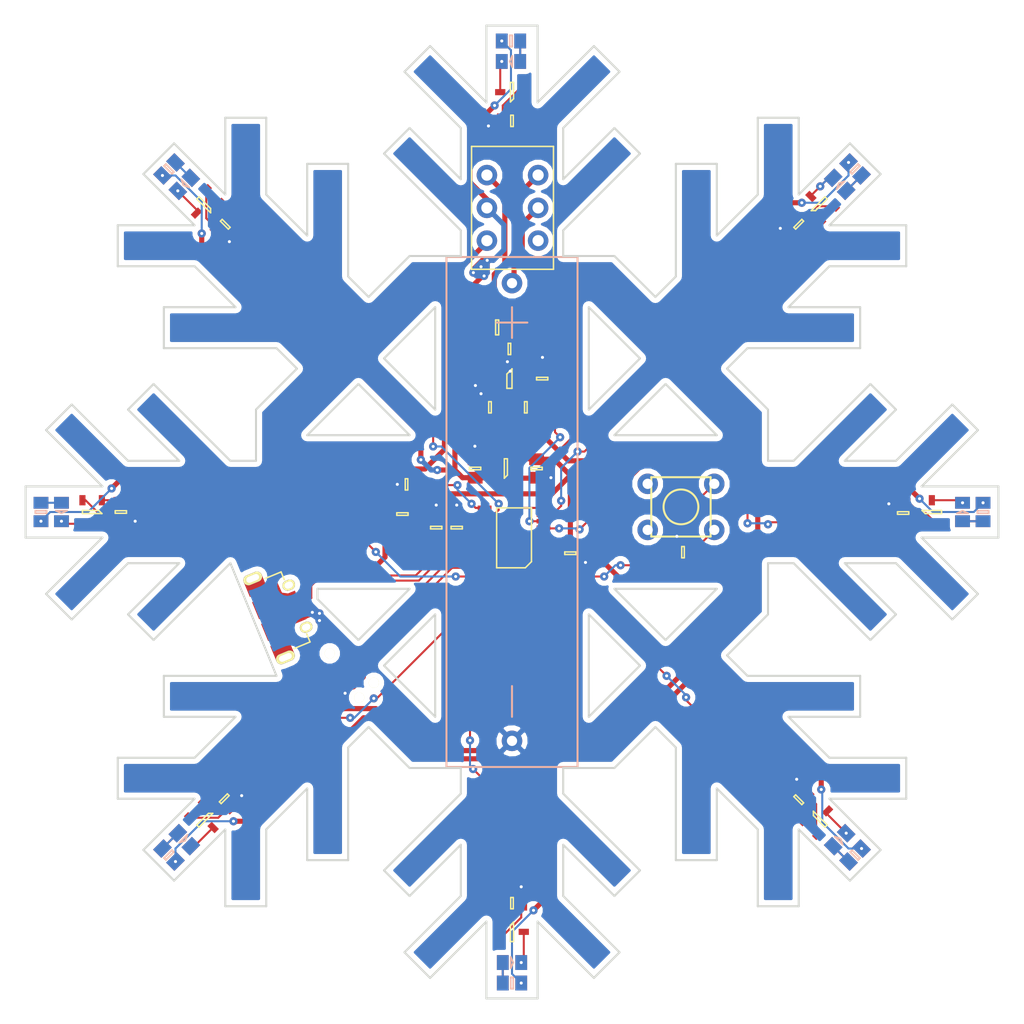
<source format=kicad_pcb>
(kicad_pcb (version 4) (host pcbnew 4.0.4+e1-6308~48~ubuntu16.04.1-stable)
  (layers (0 F.Cu signal) (31 B.Cu signal) (34 B.Paste user) (35 F.Paste user) (36 B.SilkS user) (37 F.SilkS user) (38 B.Mask user) (39 F.Mask user) (44 Edge.Cuts user))
  (net 0 "")
  (net 1 /SWCLK)
  (net 2 /SWDIO)
  (net 3 /USB_DP)
  (net 4 /USB_DM)
  (net 5 3v3)
  (net 6 GND)
  (net 7 /LED8)
  (net 8 /LED7)
  (net 9 /LED6)
  (net 10 /USB_DETECT)
  (net 11 /LED5)
  (net 12 /LED4)
  (net 13 /LED3)
  (net 14 /LED2)
  (net 15 /LED1)
  (net 16 /SWITCH)
  (net 17 5v)
  (net 18 /VBATT)
  (net 19 "Net-(D4-Pad2)")
  (net 20 "Net-(D1-Pad2)")
  (net 21 "Net-(D2-Pad2)")
  (net 22 "Net-(D5-Pad2)")
  (net 23 "Net-(D6-Pad2)")
  (net 24 "Net-(D7-Pad2)")
  (net 25 "Net-(D8-Pad2)")
  (net 26 "Net-(D3-Pad2)")
  (net 27 "Net-(D1-Pad1)")
  (net 28 "Net-(D2-Pad1)")
  (net 29 "Net-(D3-Pad1)")
  (net 30 "Net-(D4-Pad1)")
  (net 31 "Net-(D13-Pad1)")
  (net 32 "Net-(D9-Pad2)")
  (net 33 "Net-(D10-Pad1)")
  (net 34 "Net-(D10-Pad2)")
  (net 35 "Net-(D11-Pad1)")
  (net 36 "Net-(D11-Pad2)")
  (net 37 "Net-(D12-Pad1)")
  (net 38 "Net-(D12-Pad2)")
  (net 39 "Net-(D13-Pad2)")
  (net 40 "Net-(D14-Pad2)")
  (net 41 "Net-(D15-Pad2)")
  (net 42 "Net-(D16-Pad2)")
  (net 43 "Net-(J1-Pad2)")
  (net 44 /BATT_5V)
  (net 45 "Net-(IC3-Pad1)")
  (net 46 "Net-(IC3-Pad4)")
  (net 47 /USB_5V)
  (module agg:MICROUSB_MOLEX_47589-0001 (layer F.Cu) (at 106.276111 120.342418 292.5)
    (fp_text reference J2)
    (fp_text value MICROUSB)
    (pad 3 smd rect (at 0 -2.675001 292.5) (size 0.4 1.35) (layers F.Cu F.Paste F.Mask) (net 3 /USB_DP))
    (pad 4 smd rect (at 0.65 -2.675 292.5) (size 0.4 1.35) (layers F.Cu F.Paste F.Mask))
    (pad 2 smd rect (at -0.65 -2.675 292.5) (size 0.4 1.35) (layers F.Cu F.Paste F.Mask) (net 4 /USB_DM))
    (pad 1 smd rect (at -1.3 -2.675 292.5) (size 0.4 1.35) (layers F.Cu F.Paste F.Mask) (net 47 /USB_5V))
    (pad 5 smd rect (at 1.3 -2.675 292.5) (size 0.4 1.35) (layers F.Cu F.Paste F.Mask) (net 6 GND))
    (pad S thru_hole oval (at 2.225 -3 292.5) (size 1 1.25) (drill oval 0.65 0.85) (layers *.Cu *.Mask F.SilkS))
    (pad "" thru_hole oval (at -2.224999 -3 292.5) (size 1 1.25) (drill oval 0.65 0.85) (layers *.Cu *.Mask F.SilkS))
    (pad "" smd rect (at 1.15 0 292.5) (size 1.8 1.9) (layers F.Cu F.Paste F.Mask))
    (pad "" smd rect (at -1.15 0 292.5) (size 1.8 1.9) (layers F.Cu F.Paste F.Mask))
    (pad "" smd rect (at 3.3875 0 292.5) (size 1.575 1.9) (layers F.Cu F.Paste F.Mask))
    (pad "" thru_hole oval (at 4.175 0 292.5) (size 1 1.9) (drill oval 0.6 1.3) (layers *.Cu *.Mask F.SilkS))
    (pad "" smd rect (at -3.3875 0 292.5) (size 1.575 1.9) (layers F.Cu F.Paste F.Mask))
    (pad "" thru_hole oval (at -4.175 0 292.5) (size 1 1.9) (drill oval 0.6 1.3) (layers *.Cu *.Mask F.SilkS))
  )
  (module agg:AAA_HOLDER (layer B.Cu) (at 130 110 90)
    (fp_text reference J1)
    (fp_text value BATT)
    (pad 1 thru_hole circle (at -22.35 0 90) (size 2 2) (drill 1) (layers *.Cu *.Mask) (net 6 GND))
    (pad 2 thru_hole circle (at 22.35 0 90) (size 2 2) (drill 1) (layers *.Cu *.Mask) (net 43 "Net-(J1-Pad2)"))
  )
  (module agg:MOM_SWITCH (layer F.Cu) (at 146.5 109.5)
    (fp_text reference SW1)
    (fp_text value BOOTLOAD)
    (pad "" thru_hole circle (at -3.25 -2.25) (size 2 2) (drill 1) (layers *.Cu *.Mask))
    (pad "" thru_hole circle (at -3.25 2.25) (size 2 2) (drill 1) (layers *.Cu *.Mask))
    (pad 2 thru_hole circle (at 3.25 2.25) (size 2 2) (drill 1) (layers *.Cu *.Mask) (net 16 /SWITCH))
    (pad 1 thru_hole circle (at 3.25 -2.25) (size 2 2) (drill 1) (layers *.Cu *.Mask) (net 5 3v3))
  )
  (module agg:0805 (layer F.Cu) (at 119.7 107.3 180)
    (fp_text reference R3)
    (fp_text value 10k)
    (pad 2 smd rect (at 0.9 0 180) (size 1.15 1.45) (layers F.Cu F.Paste F.Mask) (net 6 GND))
    (pad 1 smd rect (at -0.9 0 180) (size 1.15 1.45) (layers F.Cu F.Paste F.Mask) (net 10 /USB_DETECT))
  )
  (module agg:0805 (layer F.Cu) (at 119.3 110.2 90)
    (fp_text reference R2)
    (fp_text value 10k)
    (pad 1 smd rect (at -0.9 0 90) (size 1.15 1.45) (layers F.Cu F.Paste F.Mask) (net 47 /USB_5V))
    (pad 2 smd rect (at 0.9 0 90) (size 1.15 1.45) (layers F.Cu F.Paste F.Mask) (net 10 /USB_DETECT))
  )
  (module agg:0805 (layer F.Cu) (at 146.7 113.925 180)
    (fp_text reference R1)
    (fp_text value 10k)
    (pad 2 smd rect (at 0.9 0 180) (size 1.15 1.45) (layers F.Cu F.Paste F.Mask) (net 6 GND))
    (pad 1 smd rect (at -0.9 0 180) (size 1.15 1.45) (layers F.Cu F.Paste F.Mask) (net 16 /SWITCH))
  )
  (module agg:0805 (layer F.Cu) (at 127.85 99.775 180)
    (fp_text reference C7)
    (fp_text value 10µ)
    (pad 1 smd rect (at -0.9 0 180) (size 1.15 1.45) (layers F.Cu F.Paste F.Mask) (net 44 /BATT_5V))
    (pad 2 smd rect (at 0.9 0 180) (size 1.15 1.45) (layers F.Cu F.Paste F.Mask) (net 6 GND))
  )
  (module agg:0805 (layer F.Cu) (at 132.4 105.75 270)
    (fp_text reference C6)
    (fp_text value 1µ)
    (pad 2 smd rect (at 0.9 0 270) (size 1.15 1.45) (layers F.Cu F.Paste F.Mask) (net 6 GND))
    (pad 1 smd rect (at -0.9 0 270) (size 1.15 1.45) (layers F.Cu F.Paste F.Mask) (net 5 3v3))
  )
  (module agg:0805 (layer F.Cu) (at 126.4 105.75 90)
    (fp_text reference C5)
    (fp_text value 1µ)
    (pad 1 smd rect (at -0.9 0 90) (size 1.15 1.45) (layers F.Cu F.Paste F.Mask) (net 17 5v))
    (pad 2 smd rect (at 0.9 0 90) (size 1.15 1.45) (layers F.Cu F.Paste F.Mask) (net 6 GND))
  )
  (module agg:0805 (layer F.Cu) (at 129.75 94.075 180)
    (fp_text reference C4)
    (fp_text value 10µ)
    (pad 2 smd rect (at 0.9 0 180) (size 1.15 1.45) (layers F.Cu F.Paste F.Mask) (net 6 GND))
    (pad 1 smd rect (at -0.9 0 180) (size 1.15 1.45) (layers F.Cu F.Paste F.Mask) (net 18 /VBATT))
  )
  (module agg:0805 (layer F.Cu) (at 135.7 114.025 90)
    (fp_text reference C3)
    (fp_text value 100n)
    (pad 1 smd rect (at -0.9 0 90) (size 1.15 1.45) (layers F.Cu F.Paste F.Mask) (net 6 GND))
    (pad 2 smd rect (at 0.9 0 90) (size 1.15 1.45) (layers F.Cu F.Paste F.Mask) (net 5 3v3))
  )
  (module agg:0805 (layer F.Cu) (at 122.6 111.525 270)
    (fp_text reference C1)
    (fp_text value 10µ)
    (pad 2 smd rect (at 0.9 0 270) (size 1.15 1.45) (layers F.Cu F.Paste F.Mask) (net 5 3v3))
    (pad 1 smd rect (at -0.9 0 270) (size 1.15 1.45) (layers F.Cu F.Paste F.Mask) (net 6 GND))
  )
  (module agg:0805 (layer F.Cu) (at 124.6 111.525 270)
    (fp_text reference C2)
    (fp_text value 100n)
    (pad 1 smd rect (at -0.9 0 270) (size 1.15 1.45) (layers F.Cu F.Paste F.Mask) (net 6 GND))
    (pad 2 smd rect (at 0.9 0 270) (size 1.15 1.45) (layers F.Cu F.Paste F.Mask) (net 5 3v3))
  )
  (module agg:2016M (layer F.Cu) (at 128.55 91.975 180)
    (fp_text reference L1)
    (fp_text value 4µ7)
    (pad 1 smd rect (at -0.75 0 180) (size 0.8 1.7) (layers F.Cu F.Paste F.Mask) (net 18 /VBATT))
    (pad 2 smd rect (at 0.75 0 180) (size 0.8 1.7) (layers F.Cu F.Paste F.Mask) (net 45 "Net-(IC3-Pad1)"))
  )
  (module agg:SOT-23 (layer F.Cu) (at 129.4 105.75 180)
    (fp_text reference IC2)
    (fp_text value MCP1700)
    (pad 1 smd rect (at -1.15 -0.95 180) (size 1 0.6) (layers F.Cu F.Paste F.Mask) (net 6 GND))
    (pad 2 smd rect (at -1.15 0.95 180) (size 1 0.6) (layers F.Cu F.Paste F.Mask) (net 5 3v3))
    (pad 3 smd rect (at 1.15 0 180) (size 1 0.6) (layers F.Cu F.Paste F.Mask) (net 17 5v))
  )
  (module agg:TC2030-NL (layer F.Cu) (at 114 125.6 315)
    (fp_text reference P1)
    (fp_text value SWD_TC)
    (pad 1 smd circle (at -1.27 0.64 315) (size 0.787 0.787) (layers F.Cu F.Mask) (net 5 3v3))
    (pad 2 smd circle (at -1.27 -0.63 315) (size 0.787 0.787) (layers F.Cu F.Mask) (net 2 /SWDIO))
    (pad 3 smd circle (at 0 0.64 315) (size 0.787 0.787) (layers F.Cu F.Mask))
    (pad 4 smd circle (at 0 -0.63 315) (size 0.787 0.787) (layers F.Cu F.Mask) (net 1 /SWCLK))
    (pad 5 smd circle (at 1.27 0.64 315) (size 0.787 0.787) (layers F.Cu F.Mask) (net 6 GND))
    (pad 6 smd circle (at 1.27 -0.63 315) (size 0.787 0.787) (layers F.Cu F.Mask))
    (pad "" np_thru_hole circle (at -2.54 0.005 315) (size 1 1) (drill 1) (layers *.Cu *.Mask F.SilkS))
    (pad "" np_thru_hole circle (at 2.54 1.021 315) (size 1 1) (drill 1) (layers *.Cu *.Mask F.SilkS))
    (pad "" np_thru_hole circle (at 2.54 -1.011 315) (size 1 1) (drill 1) (layers *.Cu *.Mask F.SilkS))
  )
  (module agg:TSSOP-20 (layer F.Cu) (at 130.2 112.525 180)
    (fp_text reference IC1)
    (fp_text value STM32F042F6P6)
    (pad 1 smd rect (at -2.875 -2.925 180) (size 1.35 0.45) (layers F.Cu F.Paste F.Mask) (net 16 /SWITCH))
    (pad 2 smd rect (at -2.875 -2.275 180) (size 1.35 0.45) (layers F.Cu F.Paste F.Mask))
    (pad 3 smd rect (at -2.875 -1.625 180) (size 1.35 0.45) (layers F.Cu F.Paste F.Mask))
    (pad 4 smd rect (at -2.875 -0.975 180) (size 1.35 0.45) (layers F.Cu F.Paste F.Mask))
    (pad 5 smd rect (at -2.875 -0.325 180) (size 1.35 0.45) (layers F.Cu F.Paste F.Mask) (net 5 3v3))
    (pad 6 smd rect (at -2.875 0.325 180) (size 1.35 0.45) (layers F.Cu F.Paste F.Mask) (net 13 /LED3))
    (pad 7 smd rect (at -2.875 0.975 180) (size 1.35 0.45) (layers F.Cu F.Paste F.Mask) (net 8 /LED7))
    (pad 8 smd rect (at -2.875 1.625 180) (size 1.35 0.45) (layers F.Cu F.Paste F.Mask) (net 7 /LED8))
    (pad 9 smd rect (at -2.875 2.275 180) (size 1.35 0.45) (layers F.Cu F.Paste F.Mask) (net 12 /LED4))
    (pad 10 smd rect (at -2.875 2.925 180) (size 1.35 0.45) (layers F.Cu F.Paste F.Mask) (net 11 /LED5))
    (pad 11 smd rect (at 2.875 2.925 180) (size 1.35 0.45) (layers F.Cu F.Paste F.Mask) (net 10 /USB_DETECT))
    (pad 12 smd rect (at 2.875 2.275 180) (size 1.35 0.45) (layers F.Cu F.Paste F.Mask) (net 15 /LED1))
    (pad 13 smd rect (at 2.875 1.625 180) (size 1.35 0.45) (layers F.Cu F.Paste F.Mask) (net 14 /LED2))
    (pad 14 smd rect (at 2.875 0.975 180) (size 1.35 0.45) (layers F.Cu F.Paste F.Mask) (net 9 /LED6))
    (pad 15 smd rect (at 2.875 0.325 180) (size 1.35 0.45) (layers F.Cu F.Paste F.Mask) (net 6 GND))
    (pad 16 smd rect (at 2.875 -0.325 180) (size 1.35 0.45) (layers F.Cu F.Paste F.Mask) (net 5 3v3))
    (pad 17 smd rect (at 2.875 -0.975 180) (size 1.35 0.45) (layers F.Cu F.Paste F.Mask) (net 4 /USB_DM))
    (pad 18 smd rect (at 2.875 -1.625 180) (size 1.35 0.45) (layers F.Cu F.Paste F.Mask) (net 3 /USB_DP))
    (pad 19 smd rect (at 2.875 -2.275 180) (size 1.35 0.45) (layers F.Cu F.Paste F.Mask) (net 2 /SWDIO))
    (pad 20 smd rect (at 2.875 -2.925 180) (size 1.35 0.45) (layers F.Cu F.Paste F.Mask) (net 1 /SWCLK))
  )
  (module agg:0805-LED (layer F.Cu) (at 98 78 45)
    (fp_text reference D1)
    (fp_text value LED)
    (pad 1 smd rect (at -0.9 0 45) (size 1.15 1.45) (layers F.Cu F.Paste F.Mask) (net 27 "Net-(D1-Pad1)"))
    (pad 2 smd rect (at 0.9 0 45) (size 1.15 1.45) (layers F.Cu F.Paste F.Mask) (net 20 "Net-(D1-Pad2)"))
  )
  (module agg:0805-LED (layer F.Cu) (at 162 142 225)
    (fp_text reference D2)
    (fp_text value LED)
    (pad 1 smd rect (at -0.9 0 225) (size 1.15 1.45) (layers F.Cu F.Paste F.Mask) (net 28 "Net-(D2-Pad1)"))
    (pad 2 smd rect (at 0.9 0 225) (size 1.15 1.45) (layers F.Cu F.Paste F.Mask) (net 21 "Net-(D2-Pad2)"))
  )
  (module agg:0805-LED (layer F.Cu) (at 130 154 180)
    (fp_text reference D3)
    (fp_text value LED)
    (pad 1 smd rect (at -0.9 0 180) (size 1.15 1.45) (layers F.Cu F.Paste F.Mask) (net 29 "Net-(D3-Pad1)"))
    (pad 2 smd rect (at 0.9 0 180) (size 1.15 1.45) (layers F.Cu F.Paste F.Mask) (net 26 "Net-(D3-Pad2)"))
  )
  (module agg:0805-LED (layer F.Cu) (at 174 110 270)
    (fp_text reference D4)
    (fp_text value LED)
    (pad 1 smd rect (at -0.9 0 270) (size 1.15 1.45) (layers F.Cu F.Paste F.Mask) (net 30 "Net-(D4-Pad1)"))
    (pad 2 smd rect (at 0.9 0 270) (size 1.15 1.45) (layers F.Cu F.Paste F.Mask) (net 19 "Net-(D4-Pad2)"))
  )
  (module agg:0805-LED (layer B.Cu) (at 98 78 45)
    (fp_text reference D5)
    (fp_text value LED)
    (pad 1 smd rect (at -0.9 0 45) (size 1.15 1.45) (layers B.Cu B.Paste B.Mask) (net 27 "Net-(D1-Pad1)"))
    (pad 2 smd rect (at 0.9 0 45) (size 1.15 1.45) (layers B.Cu B.Paste B.Mask) (net 22 "Net-(D5-Pad2)"))
  )
  (module agg:0805-LED (layer B.Cu) (at 162 142 225)
    (fp_text reference D6)
    (fp_text value LED)
    (pad 1 smd rect (at -0.9 0 225) (size 1.15 1.45) (layers B.Cu B.Paste B.Mask) (net 28 "Net-(D2-Pad1)"))
    (pad 2 smd rect (at 0.9 0 225) (size 1.15 1.45) (layers B.Cu B.Paste B.Mask) (net 23 "Net-(D6-Pad2)"))
  )
  (module agg:0805-LED (layer B.Cu) (at 130 154 180)
    (fp_text reference D7)
    (fp_text value LED)
    (pad 1 smd rect (at -0.9 0 180) (size 1.15 1.45) (layers B.Cu B.Paste B.Mask) (net 29 "Net-(D3-Pad1)"))
    (pad 2 smd rect (at 0.9 0 180) (size 1.15 1.45) (layers B.Cu B.Paste B.Mask) (net 24 "Net-(D7-Pad2)"))
  )
  (module agg:0805-LED (layer B.Cu) (at 174 110 270)
    (fp_text reference D8)
    (fp_text value LED)
    (pad 1 smd rect (at -0.9 0 270) (size 1.15 1.45) (layers B.Cu B.Paste B.Mask) (net 30 "Net-(D4-Pad1)"))
    (pad 2 smd rect (at 0.9 0 270) (size 1.15 1.45) (layers B.Cu B.Paste B.Mask) (net 25 "Net-(D8-Pad2)"))
  )
  (module agg:0805-LED (layer F.Cu) (at 98 142 135)
    (fp_text reference D9)
    (fp_text value LED)
    (pad 1 smd rect (at -0.9 0 135) (size 1.15 1.45) (layers F.Cu F.Paste F.Mask) (net 31 "Net-(D13-Pad1)"))
    (pad 2 smd rect (at 0.9 0 135) (size 1.15 1.45) (layers F.Cu F.Paste F.Mask) (net 32 "Net-(D9-Pad2)"))
  )
  (module agg:0805-LED (layer F.Cu) (at 162 78 315)
    (fp_text reference D10)
    (fp_text value LED)
    (pad 1 smd rect (at -0.9 0 315) (size 1.15 1.45) (layers F.Cu F.Paste F.Mask) (net 33 "Net-(D10-Pad1)"))
    (pad 2 smd rect (at 0.9 0 315) (size 1.15 1.45) (layers F.Cu F.Paste F.Mask) (net 34 "Net-(D10-Pad2)"))
  )
  (module agg:0805-LED (layer F.Cu) (at 86 110 90)
    (fp_text reference D11)
    (fp_text value LED)
    (pad 1 smd rect (at -0.9 0 90) (size 1.15 1.45) (layers F.Cu F.Paste F.Mask) (net 35 "Net-(D11-Pad1)"))
    (pad 2 smd rect (at 0.9 0 90) (size 1.15 1.45) (layers F.Cu F.Paste F.Mask) (net 36 "Net-(D11-Pad2)"))
  )
  (module agg:0805-LED (layer F.Cu) (at 129.9 66)
    (fp_text reference D12)
    (fp_text value LED)
    (pad 1 smd rect (at -0.9 0) (size 1.15 1.45) (layers F.Cu F.Paste F.Mask) (net 37 "Net-(D12-Pad1)"))
    (pad 2 smd rect (at 0.9 0) (size 1.15 1.45) (layers F.Cu F.Paste F.Mask) (net 38 "Net-(D12-Pad2)"))
  )
  (module agg:0805-LED (layer B.Cu) (at 98 142 135)
    (fp_text reference D13)
    (fp_text value LED)
    (pad 1 smd rect (at -0.9 0 135) (size 1.15 1.45) (layers B.Cu B.Paste B.Mask) (net 31 "Net-(D13-Pad1)"))
    (pad 2 smd rect (at 0.9 0 135) (size 1.15 1.45) (layers B.Cu B.Paste B.Mask) (net 39 "Net-(D13-Pad2)"))
  )
  (module agg:0805-LED (layer B.Cu) (at 162 78 315)
    (fp_text reference D14)
    (fp_text value LED)
    (pad 1 smd rect (at -0.9 0 315) (size 1.15 1.45) (layers B.Cu B.Paste B.Mask) (net 33 "Net-(D10-Pad1)"))
    (pad 2 smd rect (at 0.9 0 315) (size 1.15 1.45) (layers B.Cu B.Paste B.Mask) (net 40 "Net-(D14-Pad2)"))
  )
  (module agg:0805-LED (layer B.Cu) (at 86 110 90)
    (fp_text reference D15)
    (fp_text value LED)
    (pad 1 smd rect (at -0.9 0 90) (size 1.15 1.45) (layers B.Cu B.Paste B.Mask) (net 35 "Net-(D11-Pad1)"))
    (pad 2 smd rect (at 0.9 0 90) (size 1.15 1.45) (layers B.Cu B.Paste B.Mask) (net 41 "Net-(D15-Pad2)"))
  )
  (module agg:0805-LED (layer B.Cu) (at 129.9 66)
    (fp_text reference D16)
    (fp_text value LED)
    (pad 1 smd rect (at -0.9 0) (size 1.15 1.45) (layers B.Cu B.Paste B.Mask) (net 37 "Net-(D12-Pad1)"))
    (pad 2 smd rect (at 0.9 0) (size 1.15 1.45) (layers B.Cu B.Paste B.Mask) (net 42 "Net-(D16-Pad2)"))
  )
  (module agg:SOT-23 (layer F.Cu) (at 100 80 225)
    (fp_text reference Q1)
    (fp_text value BSS138P)
    (pad 1 smd rect (at -1.15 -0.95 225) (size 1 0.6) (layers F.Cu F.Paste F.Mask) (net 15 /LED1))
    (pad 2 smd rect (at -1.15 0.95 225) (size 1 0.6) (layers F.Cu F.Paste F.Mask) (net 6 GND))
    (pad 3 smd rect (at 1.15 0 225) (size 1 0.6) (layers F.Cu F.Paste F.Mask) (net 27 "Net-(D1-Pad1)"))
  )
  (module agg:SOT-23 (layer F.Cu) (at 160 140 45)
    (fp_text reference Q2)
    (fp_text value BSS138P)
    (pad 1 smd rect (at -1.15 -0.95 45) (size 1 0.6) (layers F.Cu F.Paste F.Mask) (net 13 /LED3))
    (pad 2 smd rect (at -1.15 0.95 45) (size 1 0.6) (layers F.Cu F.Paste F.Mask) (net 6 GND))
    (pad 3 smd rect (at 1.15 0 45) (size 1 0.6) (layers F.Cu F.Paste F.Mask) (net 28 "Net-(D2-Pad1)"))
  )
  (module agg:SOT-23 (layer F.Cu) (at 130 151)
    (fp_text reference Q3)
    (fp_text value BSS138P)
    (pad 1 smd rect (at -1.15 -0.95) (size 1 0.6) (layers F.Cu F.Paste F.Mask) (net 11 /LED5))
    (pad 2 smd rect (at -1.15 0.95) (size 1 0.6) (layers F.Cu F.Paste F.Mask) (net 6 GND))
    (pad 3 smd rect (at 1.15 0) (size 1 0.6) (layers F.Cu F.Paste F.Mask) (net 29 "Net-(D3-Pad1)"))
  )
  (module agg:SOT-23 (layer F.Cu) (at 171 110 90)
    (fp_text reference Q4)
    (fp_text value BSS138P)
    (pad 1 smd rect (at -1.15 -0.95 90) (size 1 0.6) (layers F.Cu F.Paste F.Mask) (net 8 /LED7))
    (pad 2 smd rect (at -1.15 0.95 90) (size 1 0.6) (layers F.Cu F.Paste F.Mask) (net 6 GND))
    (pad 3 smd rect (at 1.15 0 90) (size 1 0.6) (layers F.Cu F.Paste F.Mask) (net 30 "Net-(D4-Pad1)"))
  )
  (module agg:SOT-23 (layer F.Cu) (at 100 140 315)
    (fp_text reference Q5)
    (fp_text value BSS138P)
    (pad 1 smd rect (at -1.15 -0.95 315) (size 1 0.6) (layers F.Cu F.Paste F.Mask) (net 14 /LED2))
    (pad 2 smd rect (at -1.15 0.95 315) (size 1 0.6) (layers F.Cu F.Paste F.Mask) (net 6 GND))
    (pad 3 smd rect (at 1.15 0 315) (size 1 0.6) (layers F.Cu F.Paste F.Mask) (net 31 "Net-(D13-Pad1)"))
  )
  (module agg:SOT-23 (layer F.Cu) (at 160 80 135)
    (fp_text reference Q6)
    (fp_text value BSS138P)
    (pad 1 smd rect (at -1.15 -0.95 135) (size 1 0.6) (layers F.Cu F.Paste F.Mask) (net 12 /LED4))
    (pad 2 smd rect (at -1.15 0.95 135) (size 1 0.6) (layers F.Cu F.Paste F.Mask) (net 6 GND))
    (pad 3 smd rect (at 1.15 0 135) (size 1 0.6) (layers F.Cu F.Paste F.Mask) (net 33 "Net-(D10-Pad1)"))
  )
  (module agg:SOT-23 (layer F.Cu) (at 89 110 270)
    (fp_text reference Q7)
    (fp_text value BSS138P)
    (pad 1 smd rect (at -1.15 -0.95 270) (size 1 0.6) (layers F.Cu F.Paste F.Mask) (net 9 /LED6))
    (pad 2 smd rect (at -1.15 0.95 270) (size 1 0.6) (layers F.Cu F.Paste F.Mask) (net 6 GND))
    (pad 3 smd rect (at 1.15 0 270) (size 1 0.6) (layers F.Cu F.Paste F.Mask) (net 35 "Net-(D11-Pad1)"))
  )
  (module agg:SOT-23 (layer F.Cu) (at 130 69 180)
    (fp_text reference Q8)
    (fp_text value BSS138P)
    (pad 1 smd rect (at -1.15 -0.95 180) (size 1 0.6) (layers F.Cu F.Paste F.Mask) (net 7 /LED8))
    (pad 2 smd rect (at -1.15 0.95 180) (size 1 0.6) (layers F.Cu F.Paste F.Mask) (net 6 GND))
    (pad 3 smd rect (at 1.15 0 180) (size 1 0.6) (layers F.Cu F.Paste F.Mask) (net 37 "Net-(D12-Pad1)"))
  )
  (module agg:0805 (layer F.Cu) (at 96.5 76.5 45)
    (fp_text reference R4)
    (fp_text value 100)
    (pad 1 smd rect (at -0.9 0 45) (size 1.15 1.45) (layers F.Cu F.Paste F.Mask) (net 17 5v))
    (pad 2 smd rect (at 0.9 0 45) (size 1.15 1.45) (layers F.Cu F.Paste F.Mask) (net 20 "Net-(D1-Pad2)"))
  )
  (module agg:0805 (layer B.Cu) (at 96.5 76.5 45)
    (fp_text reference R5)
    (fp_text value 100)
    (pad 1 smd rect (at -0.9 0 45) (size 1.15 1.45) (layers B.Cu B.Paste B.Mask) (net 17 5v))
    (pad 2 smd rect (at 0.9 0 45) (size 1.15 1.45) (layers B.Cu B.Paste B.Mask) (net 22 "Net-(D5-Pad2)"))
  )
  (module agg:0805 (layer F.Cu) (at 96.5 143.5 135)
    (fp_text reference R6)
    (fp_text value 100)
    (pad 1 smd rect (at -0.9 0 135) (size 1.15 1.45) (layers F.Cu F.Paste F.Mask) (net 17 5v))
    (pad 2 smd rect (at 0.9 0 135) (size 1.15 1.45) (layers F.Cu F.Paste F.Mask) (net 32 "Net-(D9-Pad2)"))
  )
  (module agg:0805 (layer B.Cu) (at 96.5 143.5 135)
    (fp_text reference R7)
    (fp_text value 100)
    (pad 1 smd rect (at -0.9 0 135) (size 1.15 1.45) (layers B.Cu B.Paste B.Mask) (net 17 5v))
    (pad 2 smd rect (at 0.9 0 135) (size 1.15 1.45) (layers B.Cu B.Paste B.Mask) (net 39 "Net-(D13-Pad2)"))
  )
  (module agg:0805 (layer F.Cu) (at 163.5 143.5 225)
    (fp_text reference R8)
    (fp_text value 100)
    (pad 1 smd rect (at -0.9 0 225) (size 1.15 1.45) (layers F.Cu F.Paste F.Mask) (net 17 5v))
    (pad 2 smd rect (at 0.9 0 225) (size 1.15 1.45) (layers F.Cu F.Paste F.Mask) (net 21 "Net-(D2-Pad2)"))
  )
  (module agg:0805 (layer B.Cu) (at 163.5 143.5 225)
    (fp_text reference R9)
    (fp_text value 100)
    (pad 1 smd rect (at -0.9 0 225) (size 1.15 1.45) (layers B.Cu B.Paste B.Mask) (net 17 5v))
    (pad 2 smd rect (at 0.9 0 225) (size 1.15 1.45) (layers B.Cu B.Paste B.Mask) (net 23 "Net-(D6-Pad2)"))
  )
  (module agg:0805 (layer F.Cu) (at 163.5 76.5 315)
    (fp_text reference R10)
    (fp_text value 100)
    (pad 1 smd rect (at -0.9 0 315) (size 1.15 1.45) (layers F.Cu F.Paste F.Mask) (net 17 5v))
    (pad 2 smd rect (at 0.9 0 315) (size 1.15 1.45) (layers F.Cu F.Paste F.Mask) (net 34 "Net-(D10-Pad2)"))
  )
  (module agg:0805 (layer B.Cu) (at 163.5 76.5 315)
    (fp_text reference R11)
    (fp_text value 100)
    (pad 1 smd rect (at -0.9 0 315) (size 1.15 1.45) (layers B.Cu B.Paste B.Mask) (net 17 5v))
    (pad 2 smd rect (at 0.9 0 315) (size 1.15 1.45) (layers B.Cu B.Paste B.Mask) (net 40 "Net-(D14-Pad2)"))
  )
  (module agg:0805 (layer F.Cu) (at 131.35 99.775)
    (fp_text reference R12)
    (fp_text value R)
    (pad 1 smd rect (at -0.9 0) (size 1.15 1.45) (layers F.Cu F.Paste F.Mask) (net 44 /BATT_5V))
    (pad 2 smd rect (at 0.9 0) (size 1.15 1.45) (layers F.Cu F.Paste F.Mask) (net 46 "Net-(IC3-Pad4)"))
  )
  (module agg:0805 (layer F.Cu) (at 132.95 96.975 90)
    (fp_text reference R13)
    (fp_text value R)
    (pad 1 smd rect (at -0.9 0 90) (size 1.15 1.45) (layers F.Cu F.Paste F.Mask) (net 46 "Net-(IC3-Pad4)"))
    (pad 2 smd rect (at 0.9 0 90) (size 1.15 1.45) (layers F.Cu F.Paste F.Mask) (net 6 GND))
  )
  (module agg:0805 (layer F.Cu) (at 130 156 180)
    (fp_text reference R14)
    (fp_text value 100)
    (pad 1 smd rect (at -0.9 0 180) (size 1.15 1.45) (layers F.Cu F.Paste F.Mask) (net 17 5v))
    (pad 2 smd rect (at 0.9 0 180) (size 1.15 1.45) (layers F.Cu F.Paste F.Mask) (net 26 "Net-(D3-Pad2)"))
  )
  (module agg:0805 (layer B.Cu) (at 130 156 180)
    (fp_text reference R15)
    (fp_text value 100)
    (pad 1 smd rect (at -0.9 0 180) (size 1.15 1.45) (layers B.Cu B.Paste B.Mask) (net 17 5v))
    (pad 2 smd rect (at 0.9 0 180) (size 1.15 1.45) (layers B.Cu B.Paste B.Mask) (net 24 "Net-(D7-Pad2)"))
  )
  (module agg:0805 (layer F.Cu) (at 84 110 90)
    (fp_text reference R16)
    (fp_text value 100)
    (pad 1 smd rect (at -0.9 0 90) (size 1.15 1.45) (layers F.Cu F.Paste F.Mask) (net 17 5v))
    (pad 2 smd rect (at 0.9 0 90) (size 1.15 1.45) (layers F.Cu F.Paste F.Mask) (net 36 "Net-(D11-Pad2)"))
  )
  (module agg:0805 (layer B.Cu) (at 84 110 90)
    (fp_text reference R17)
    (fp_text value 100)
    (pad 1 smd rect (at -0.9 0 90) (size 1.15 1.45) (layers B.Cu B.Paste B.Mask) (net 17 5v))
    (pad 2 smd rect (at 0.9 0 90) (size 1.15 1.45) (layers B.Cu B.Paste B.Mask) (net 41 "Net-(D15-Pad2)"))
  )
  (module agg:0805 (layer F.Cu) (at 176 110 270)
    (fp_text reference R18)
    (fp_text value 100)
    (pad 1 smd rect (at -0.9 0 270) (size 1.15 1.45) (layers F.Cu F.Paste F.Mask) (net 17 5v))
    (pad 2 smd rect (at 0.9 0 270) (size 1.15 1.45) (layers F.Cu F.Paste F.Mask) (net 19 "Net-(D4-Pad2)"))
  )
  (module agg:0805 (layer B.Cu) (at 176 110 270)
    (fp_text reference R19)
    (fp_text value 100)
    (pad 1 smd rect (at -0.9 0 270) (size 1.15 1.45) (layers B.Cu B.Paste B.Mask) (net 17 5v))
    (pad 2 smd rect (at 0.9 0 270) (size 1.15 1.45) (layers B.Cu B.Paste B.Mask) (net 25 "Net-(D8-Pad2)"))
  )
  (module agg:dpdt (layer F.Cu) (at 130.05 80.3 270)
    (fp_text reference U1)
    (fp_text value dpdt hide)
    (pad 1 thru_hole circle (at -3.2 -2.5 270) (size 2 2) (drill 1.1) (layers *.Cu *.Mask) (net 43 "Net-(J1-Pad2)"))
    (pad 2 thru_hole circle (at 0 -2.5 270) (size 2 2) (drill 1.1) (layers *.Cu *.Mask) (net 18 /VBATT))
    (pad 3 thru_hole circle (at 3.2 -2.5 270) (size 2 2) (drill 1.1) (layers *.Cu *.Mask))
    (pad 4 thru_hole circle (at -3.2 2.5 270) (size 2 2) (drill 1.1) (layers *.Cu *.Mask) (net 44 /BATT_5V))
    (pad 5 thru_hole circle (at 0 2.5 270) (size 2 2) (drill 1.1) (layers *.Cu *.Mask) (net 17 5v))
    (pad 6 thru_hole circle (at 3.2 2.5 270) (size 2 2) (drill 1.1) (layers *.Cu *.Mask) (net 47 /USB_5V))
  )
  (module agg:SOT-23-6 (layer F.Cu) (at 129.75 96.975)
    (fp_text reference IC3)
    (fp_text value TLV61220)
    (pad 1 smd rect (at -1.3 -0.95) (size 1.1 0.6) (layers F.Cu F.Paste F.Mask) (net 45 "Net-(IC3-Pad1)"))
    (pad 2 smd rect (at -1.3 0) (size 1.1 0.6) (layers F.Cu F.Paste F.Mask) (net 6 GND))
    (pad 3 smd rect (at -1.3 0.95) (size 1.1 0.6) (layers F.Cu F.Paste F.Mask) (net 18 /VBATT))
    (pad 4 smd rect (at 1.3 0.95) (size 1.1 0.6) (layers F.Cu F.Paste F.Mask) (net 46 "Net-(IC3-Pad4)"))
    (pad 5 smd rect (at 1.3 0) (size 1.1 0.6) (layers F.Cu F.Paste F.Mask) (net 44 /BATT_5V))
    (pad 6 smd rect (at 1.3 -0.95) (size 1.1 0.6) (layers F.Cu F.Paste F.Mask) (net 18 /VBATT))
  )
  (module agg:0805 (layer F.Cu) (at 129.9 64)
    (fp_text reference R20)
    (fp_text value 100)
    (pad 1 smd rect (at -0.9 0) (size 1.15 1.45) (layers F.Cu F.Paste F.Mask) (net 17 5v))
    (pad 2 smd rect (at 0.9 0) (size 1.15 1.45) (layers F.Cu F.Paste F.Mask) (net 38 "Net-(D12-Pad2)"))
  )
  (module agg:0805 (layer B.Cu) (at 129.9 64)
    (fp_text reference R21)
    (fp_text value 100)
    (pad 1 smd rect (at -0.9 0) (size 1.15 1.45) (layers B.Cu B.Paste B.Mask) (net 17 5v))
    (pad 2 smd rect (at 0.9 0) (size 1.15 1.45) (layers B.Cu B.Paste B.Mask) (net 42 "Net-(D16-Pad2)"))
  )
  (module agg:0805 (layer F.Cu) (at 102 81.9 225)
    (fp_text reference R22)
    (fp_text value 10k)
    (pad 1 smd rect (at -0.9 0 225) (size 1.15 1.45) (layers F.Cu F.Paste F.Mask) (net 15 /LED1))
    (pad 2 smd rect (at 0.9 0 225) (size 1.15 1.45) (layers F.Cu F.Paste F.Mask) (net 6 GND))
  )
  (module agg:0805 (layer F.Cu) (at 101.9 138 315)
    (fp_text reference R23)
    (fp_text value 10k)
    (pad 1 smd rect (at -0.9 0 315) (size 1.15 1.45) (layers F.Cu F.Paste F.Mask) (net 14 /LED2))
    (pad 2 smd rect (at 0.9 0 315) (size 1.15 1.45) (layers F.Cu F.Paste F.Mask) (net 6 GND))
  )
  (module agg:0805 (layer F.Cu) (at 158 138.1 45)
    (fp_text reference R24)
    (fp_text value 10k)
    (pad 1 smd rect (at -0.9 0 45) (size 1.15 1.45) (layers F.Cu F.Paste F.Mask) (net 13 /LED3))
    (pad 2 smd rect (at 0.9 0 45) (size 1.15 1.45) (layers F.Cu F.Paste F.Mask) (net 6 GND))
  )
  (module agg:0805 (layer F.Cu) (at 158 81.9 135)
    (fp_text reference R25)
    (fp_text value 10k)
    (pad 1 smd rect (at -0.9 0 135) (size 1.15 1.45) (layers F.Cu F.Paste F.Mask) (net 12 /LED4))
    (pad 2 smd rect (at 0.9 0 135) (size 1.15 1.45) (layers F.Cu F.Paste F.Mask) (net 6 GND))
  )
  (module agg:0805 (layer F.Cu) (at 130 148.2)
    (fp_text reference R26)
    (fp_text value 10k)
    (pad 1 smd rect (at -0.9 0) (size 1.15 1.45) (layers F.Cu F.Paste F.Mask) (net 11 /LED5))
    (pad 2 smd rect (at 0.9 0) (size 1.15 1.45) (layers F.Cu F.Paste F.Mask) (net 6 GND))
  )
  (module agg:0805 (layer F.Cu) (at 91.8 110 270)
    (fp_text reference R27)
    (fp_text value 10k)
    (pad 1 smd rect (at -0.9 0 270) (size 1.15 1.45) (layers F.Cu F.Paste F.Mask) (net 9 /LED6))
    (pad 2 smd rect (at 0.9 0 270) (size 1.15 1.45) (layers F.Cu F.Paste F.Mask) (net 6 GND))
  )
  (module agg:0805 (layer F.Cu) (at 168.2 110.1 90)
    (fp_text reference R28)
    (fp_text value 10k)
    (pad 1 smd rect (at -0.9 0 90) (size 1.15 1.45) (layers F.Cu F.Paste F.Mask) (net 8 /LED7))
    (pad 2 smd rect (at 0.9 0 90) (size 1.15 1.45) (layers F.Cu F.Paste F.Mask) (net 6 GND))
  )
  (module agg:0805 (layer F.Cu) (at 130 71.8 180)
    (fp_text reference R29)
    (fp_text value 10k)
    (pad 1 smd rect (at -0.9 0 180) (size 1.15 1.45) (layers F.Cu F.Paste F.Mask) (net 7 /LED8))
    (pad 2 smd rect (at 0.9 0 180) (size 1.15 1.45) (layers F.Cu F.Paste F.Mask) (net 6 GND))
  )
  (gr_line (start 111 118.5) (end 115 122.5) (layer Edge.Cuts) (width 0.2))
  (gr_line (start 111 117.5) (end 120 117.5) (layer Edge.Cuts) (width 0.2))
  (gr_line (start 111 117.5) (end 111 118.5) (layer Edge.Cuts) (width 0.2))
  (gr_line (start 107 126) (end 102.5 115) (layer Edge.Cuts) (width 0.2))
  (gr_line (start 122.5 130) (end 122.5 120) (layer Edge.Cuts) (width 0.2))
  (gr_line (start 117.5 125) (end 122.5 130) (layer Edge.Cuts) (width 0.2))
  (gr_line (start 122.5 120) (end 117.5 125) (layer Edge.Cuts) (width 0.2))
  (gr_line (start 115 122.5) (end 120 117.5) (layer Edge.Cuts) (width 0.2))
  (gr_line (start 137.5 130) (end 137.5 120) (layer Edge.Cuts) (width 0.2))
  (gr_line (start 142.5 125) (end 137.5 130) (layer Edge.Cuts) (width 0.2))
  (gr_line (start 137.5 120) (end 142.5 125) (layer Edge.Cuts) (width 0.2))
  (gr_line (start 145 122.5) (end 150 117.5) (layer Edge.Cuts) (width 0.2))
  (gr_line (start 140 117.5) (end 145 122.5) (layer Edge.Cuts) (width 0.2))
  (gr_line (start 150 117.5) (end 140 117.5) (layer Edge.Cuts) (width 0.2))
  (gr_line (start 150 102.5) (end 140 102.5) (layer Edge.Cuts) (width 0.2))
  (gr_line (start 145 97.5) (end 150 102.5) (layer Edge.Cuts) (width 0.2))
  (gr_line (start 140 102.5) (end 145 97.5) (layer Edge.Cuts) (width 0.2))
  (gr_line (start 142.5 95) (end 137.5 100) (layer Edge.Cuts) (width 0.2))
  (gr_line (start 137.5 90) (end 142.5 95) (layer Edge.Cuts) (width 0.2))
  (gr_line (start 137.5 100) (end 137.5 90) (layer Edge.Cuts) (width 0.2))
  (gr_line (start 122.5 90) (end 122.5 100) (layer Edge.Cuts) (width 0.2))
  (gr_line (start 117.5 95) (end 122.5 90) (layer Edge.Cuts) (width 0.2))
  (gr_line (start 122.5 100) (end 117.5 95) (layer Edge.Cuts) (width 0.2))
  (gr_line (start 115 97.5) (end 120 102.5) (layer Edge.Cuts) (width 0.2))
  (gr_line (start 110 102.5) (end 115 97.5) (layer Edge.Cuts) (width 0.2))
  (gr_line (start 120 102.5) (end 110 102.5) (layer Edge.Cuts) (width 0.2))
  (gr_line (start 163 146) (end 158 141) (layer Edge.Cuts) (width 0.2))
  (gr_line (start 166 143) (end 163 146) (layer Edge.Cuts) (width 0.2))
  (gr_line (start 161 138) (end 166 143) (layer Edge.Cuts) (width 0.2))
  (gr_line (start 97 146) (end 102 141) (layer Edge.Cuts) (width 0.2))
  (gr_line (start 94 143) (end 97 146) (layer Edge.Cuts) (width 0.2))
  (gr_line (start 99 138) (end 94 143) (layer Edge.Cuts) (width 0.2))
  (gr_line (start 166 77) (end 161 82) (layer Edge.Cuts) (width 0.2))
  (gr_line (start 163 74) (end 166 77) (layer Edge.Cuts) (width 0.2))
  (gr_line (start 158 79) (end 163 74) (layer Edge.Cuts) (width 0.2))
  (gr_line (start 91.5 86) (end 99 86) (layer Edge.Cuts) (width 0.2))
  (gr_line (start 91.5 82) (end 91.5 86) (layer Edge.Cuts) (width 0.2))
  (gr_line (start 99 82) (end 91.5 82) (layer Edge.Cuts) (width 0.2))
  (gr_line (start 94 77) (end 99 82) (layer Edge.Cuts) (width 0.2))
  (gr_line (start 97 74) (end 94 77) (layer Edge.Cuts) (width 0.2))
  (gr_line (start 102 79) (end 97 74) (layer Edge.Cuts) (width 0.2))
  (gr_line (start 102 71.5) (end 102 79) (layer Edge.Cuts) (width 0.2))
  (gr_line (start 106 71.5) (end 102 71.5) (layer Edge.Cuts) (width 0.2))
  (gr_line (start 106 79) (end 106 71.5) (layer Edge.Cuts) (width 0.2))
  (gr_line (start 120 85) (end 125 85) (layer Edge.Cuts) (width 0.2))
  (gr_line (start 116 89) (end 120 85) (layer Edge.Cuts) (width 0.2))
  (gr_line (start 105 100) (end 105 105) (layer Edge.Cuts) (width 0.2))
  (gr_line (start 109 96) (end 105 100) (layer Edge.Cuts) (width 0.2))
  (gr_line (start 120 135) (end 125 135) (layer Edge.Cuts) (width 0.2))
  (gr_line (start 116 131) (end 120 135) (layer Edge.Cuts) (width 0.2))
  (gr_line (start 140 135) (end 135 135) (layer Edge.Cuts) (width 0.2))
  (gr_line (start 144 131) (end 140 135) (layer Edge.Cuts) (width 0.2))
  (gr_line (start 155 120) (end 151 124) (layer Edge.Cuts) (width 0.2))
  (gr_line (start 155 115) (end 155 120) (layer Edge.Cuts) (width 0.2))
  (gr_line (start 155 100) (end 155 105) (layer Edge.Cuts) (width 0.2))
  (gr_line (start 151 96) (end 155 100) (layer Edge.Cuts) (width 0.2))
  (gr_line (start 140 85) (end 144 89) (layer Edge.Cuts) (width 0.2))
  (gr_line (start 135 85) (end 140 85) (layer Edge.Cuts) (width 0.2))
  (gr_line (start 140.5 67) (end 135 72.5) (layer Edge.Cuts) (width 0.2))
  (gr_line (start 138 64.5) (end 140.5 67) (layer Edge.Cuts) (width 0.2))
  (gr_line (start 132.5 70) (end 138 64.5) (layer Edge.Cuts) (width 0.2))
  (gr_line (start 122 64.5) (end 127.5 70) (layer Edge.Cuts) (width 0.2))
  (gr_line (start 119.5 67) (end 122 64.5) (layer Edge.Cuts) (width 0.2))
  (gr_line (start 125 72.5) (end 119.5 67) (layer Edge.Cuts) (width 0.2))
  (gr_line (start 132.5 157.5) (end 132.5 150) (layer Edge.Cuts) (width 0.2))
  (gr_line (start 127.5 157.5) (end 132.5 157.5) (layer Edge.Cuts) (width 0.2))
  (gr_line (start 127.5 150) (end 127.5 157.5) (layer Edge.Cuts) (width 0.2))
  (gr_line (start 132.5 62.5) (end 132.5 70) (layer Edge.Cuts) (width 0.2))
  (gr_line (start 127.5 62.5) (end 132.5 62.5) (layer Edge.Cuts) (width 0.2))
  (gr_line (start 127.5 70) (end 127.5 62.5) (layer Edge.Cuts) (width 0.2))
  (gr_line (start 177.5 112.5) (end 170 112.5) (layer Edge.Cuts) (width 0.2))
  (gr_line (start 177.5 107.5) (end 177.5 112.5) (layer Edge.Cuts) (width 0.2))
  (gr_line (start 170 107.5) (end 177.5 107.5) (layer Edge.Cuts) (width 0.2))
  (gr_line (start 82.5 112.5) (end 90 112.5) (layer Edge.Cuts) (width 0.2))
  (gr_line (start 82.5 107.5) (end 82.5 112.5) (layer Edge.Cuts) (width 0.2))
  (gr_line (start 90 107.5) (end 82.5 107.5) (layer Edge.Cuts) (width 0.2))
  (gr_line (start 162.5 115) (end 167.5 115) (layer Edge.Cuts) (width 0.2))
  (gr_line (start 155 115) (end 157.5 115) (layer Edge.Cuts) (width 0.2))
  (gr_line (start 162.5 105) (end 167.5 105) (layer Edge.Cuts) (width 0.2))
  (gr_line (start 155 105) (end 157.5 105) (layer Edge.Cuts) (width 0.2))
  (gr_line (start 92.5 115) (end 97.5 115) (layer Edge.Cuts) (width 0.2))
  (gr_line (start 102.5 105) (end 105 105) (layer Edge.Cuts) (width 0.2))
  (gr_line (start 92.5 105) (end 97.5 105) (layer Edge.Cuts) (width 0.2))
  (gr_line (start 135 142.5) (end 135 147.5) (layer Edge.Cuts) (width 0.2))
  (gr_line (start 135 135) (end 135 137.5) (layer Edge.Cuts) (width 0.2))
  (gr_line (start 125 142.5) (end 125 147.5) (layer Edge.Cuts) (width 0.2))
  (gr_line (start 125 135) (end 125 137.5) (layer Edge.Cuts) (width 0.2))
  (gr_line (start 135 72.5) (end 135 77.5) (layer Edge.Cuts) (width 0.2))
  (gr_line (start 135 82.5) (end 135 85) (layer Edge.Cuts) (width 0.2))
  (gr_line (start 125 82.5) (end 125 85) (layer Edge.Cuts) (width 0.2))
  (gr_line (start 125 72.5) (end 125 77.5) (layer Edge.Cuts) (width 0.2))
  (gr_line (start 153 94) (end 151 96) (layer Edge.Cuts) (width 0.2))
  (gr_line (start 161 86) (end 157 90) (layer Edge.Cuts) (width 0.2))
  (gr_line (start 150 83) (end 154 79) (layer Edge.Cuts) (width 0.2))
  (gr_line (start 144 89) (end 146 87) (layer Edge.Cuts) (width 0.2))
  (gr_line (start 150 137) (end 154 141) (layer Edge.Cuts) (width 0.2))
  (gr_line (start 144 131) (end 146 133) (layer Edge.Cuts) (width 0.2))
  (gr_line (start 157 130) (end 161 134) (layer Edge.Cuts) (width 0.2))
  (gr_line (start 151 124) (end 153 126) (layer Edge.Cuts) (width 0.2))
  (gr_line (start 110 137) (end 106 141) (layer Edge.Cuts) (width 0.2))
  (gr_line (start 116 131) (end 114 133) (layer Edge.Cuts) (width 0.2))
  (gr_line (start 103 130) (end 99 134) (layer Edge.Cuts) (width 0.2))
  (gr_line (start 107 94) (end 109 96) (layer Edge.Cuts) (width 0.2))
  (gr_line (start 99 86) (end 103 90) (layer Edge.Cuts) (width 0.2))
  (gr_line (start 114 87) (end 116 89) (layer Edge.Cuts) (width 0.2))
  (gr_line (start 106 79) (end 110 83) (layer Edge.Cuts) (width 0.2))
  (gr_line (start 146 76) (end 146 87) (layer Edge.Cuts) (width 0.2))
  (gr_line (start 150 76) (end 146 76) (layer Edge.Cuts) (width 0.2))
  (gr_line (start 150 83) (end 150 76) (layer Edge.Cuts) (width 0.2))
  (gr_line (start 164 94) (end 153 94) (layer Edge.Cuts) (width 0.2))
  (gr_line (start 164 90) (end 164 94) (layer Edge.Cuts) (width 0.2))
  (gr_line (start 157 90) (end 164 90) (layer Edge.Cuts) (width 0.2))
  (gr_line (start 164 126) (end 153 126) (layer Edge.Cuts) (width 0.2))
  (gr_line (start 164 130) (end 164 126) (layer Edge.Cuts) (width 0.2))
  (gr_line (start 157 130) (end 164 130) (layer Edge.Cuts) (width 0.2))
  (gr_line (start 146 144) (end 146 133) (layer Edge.Cuts) (width 0.2))
  (gr_line (start 150 144) (end 146 144) (layer Edge.Cuts) (width 0.2))
  (gr_line (start 150 137) (end 150 144) (layer Edge.Cuts) (width 0.2))
  (gr_line (start 114 144) (end 114 133) (layer Edge.Cuts) (width 0.2))
  (gr_line (start 110 144) (end 114 144) (layer Edge.Cuts) (width 0.2))
  (gr_line (start 110 137) (end 110 144) (layer Edge.Cuts) (width 0.2))
  (gr_line (start 96 126) (end 107 126) (layer Edge.Cuts) (width 0.2))
  (gr_line (start 96 130) (end 96 126) (layer Edge.Cuts) (width 0.2))
  (gr_line (start 103 130) (end 96 130) (layer Edge.Cuts) (width 0.2))
  (gr_line (start 96 94) (end 107 94) (layer Edge.Cuts) (width 0.2))
  (gr_line (start 96 90) (end 96 94) (layer Edge.Cuts) (width 0.2))
  (gr_line (start 103 90) (end 96 90) (layer Edge.Cuts) (width 0.2))
  (gr_line (start 114 76) (end 114 87) (layer Edge.Cuts) (width 0.2))
  (gr_line (start 110 76) (end 114 76) (layer Edge.Cuts) (width 0.2))
  (gr_line (start 110 83) (end 110 76) (layer Edge.Cuts) (width 0.2))
  (gr_line (start 95 97.5) (end 102.5 105) (layer Edge.Cuts) (width 0.2))
  (gr_line (start 92.5 100) (end 95 97.5) (layer Edge.Cuts) (width 0.2))
  (gr_line (start 97.5 105) (end 92.5 100) (layer Edge.Cuts) (width 0.2))
  (gr_line (start 95 122.5) (end 102.5 115) (layer Edge.Cuts) (width 0.2))
  (gr_line (start 92.5 120) (end 95 122.5) (layer Edge.Cuts) (width 0.2))
  (gr_line (start 97.5 115) (end 92.5 120) (layer Edge.Cuts) (width 0.2))
  (gr_line (start 117.5 145) (end 125 137.5) (layer Edge.Cuts) (width 0.2))
  (gr_line (start 120 147.5) (end 117.5 145) (layer Edge.Cuts) (width 0.2))
  (gr_line (start 125 142.5) (end 120 147.5) (layer Edge.Cuts) (width 0.2))
  (gr_line (start 142.5 145) (end 135 137.5) (layer Edge.Cuts) (width 0.2))
  (gr_line (start 140 147.5) (end 142.5 145) (layer Edge.Cuts) (width 0.2))
  (gr_line (start 135 142.5) (end 140 147.5) (layer Edge.Cuts) (width 0.2))
  (gr_line (start 165 122.5) (end 157.5 115) (layer Edge.Cuts) (width 0.2))
  (gr_line (start 167.5 120) (end 165 122.5) (layer Edge.Cuts) (width 0.2))
  (gr_line (start 162.5 115) (end 167.5 120) (layer Edge.Cuts) (width 0.2))
  (gr_line (start 165 97.5) (end 157.5 105) (layer Edge.Cuts) (width 0.2))
  (gr_line (start 167.5 100) (end 165 97.5) (layer Edge.Cuts) (width 0.2))
  (gr_line (start 162.5 105) (end 167.5 100) (layer Edge.Cuts) (width 0.2))
  (gr_line (start 142.5 75) (end 135 82.5) (layer Edge.Cuts) (width 0.2))
  (gr_line (start 140 72.5) (end 142.5 75) (layer Edge.Cuts) (width 0.2))
  (gr_line (start 135 77.5) (end 140 72.5) (layer Edge.Cuts) (width 0.2))
  (gr_line (start 117.5 75) (end 125 82.5) (layer Edge.Cuts) (width 0.2))
  (gr_line (start 120 72.5) (end 117.5 75) (layer Edge.Cuts) (width 0.2))
  (gr_line (start 125 77.5) (end 120 72.5) (layer Edge.Cuts) (width 0.2))
  (gr_line (start 168.5 86) (end 161 86) (layer Edge.Cuts) (width 0.2))
  (gr_line (start 168.5 82) (end 168.5 86) (layer Edge.Cuts) (width 0.2))
  (gr_line (start 161 82) (end 168.5 82) (layer Edge.Cuts) (width 0.2))
  (gr_line (start 158 71.5) (end 158 79) (layer Edge.Cuts) (width 0.2))
  (gr_line (start 154 71.5) (end 158 71.5) (layer Edge.Cuts) (width 0.2))
  (gr_line (start 154 79) (end 154 71.5) (layer Edge.Cuts) (width 0.2))
  (gr_line (start 173 120.5) (end 175.5 118) (layer Edge.Cuts) (width 0.2))
  (gr_line (start 167.5 115) (end 173 120.5) (layer Edge.Cuts) (width 0.2))
  (gr_line (start 170 112.5) (end 175.5 118) (layer Edge.Cuts) (width 0.2))
  (gr_line (start 175.5 102) (end 173 99.5) (layer Edge.Cuts) (width 0.2))
  (gr_line (start 170 107.5) (end 175.5 102) (layer Edge.Cuts) (width 0.2))
  (gr_line (start 167.5 105) (end 173 99.5) (layer Edge.Cuts) (width 0.2))
  (gr_line (start 158 148.5) (end 158 141) (layer Edge.Cuts) (width 0.2))
  (gr_line (start 154 148.5) (end 158 148.5) (layer Edge.Cuts) (width 0.2))
  (gr_line (start 154 141) (end 154 148.5) (layer Edge.Cuts) (width 0.2))
  (gr_line (start 168.5 138) (end 161 138) (layer Edge.Cuts) (width 0.2))
  (gr_line (start 168.5 134) (end 168.5 138) (layer Edge.Cuts) (width 0.2))
  (gr_line (start 161 134) (end 168.5 134) (layer Edge.Cuts) (width 0.2))
  (gr_line (start 138 155.5) (end 140.5 153) (layer Edge.Cuts) (width 0.2))
  (gr_line (start 132.5 150) (end 138 155.5) (layer Edge.Cuts) (width 0.2))
  (gr_line (start 135 147.5) (end 140.5 153) (layer Edge.Cuts) (width 0.2))
  (gr_line (start 122 155.5) (end 119.5 153) (layer Edge.Cuts) (width 0.2))
  (gr_line (start 127.5 150) (end 122 155.5) (layer Edge.Cuts) (width 0.2))
  (gr_line (start 125 147.5) (end 119.5 153) (layer Edge.Cuts) (width 0.2))
  (gr_line (start 106 148.5) (end 106 141) (layer Edge.Cuts) (width 0.2))
  (gr_line (start 102 148.5) (end 106 148.5) (layer Edge.Cuts) (width 0.2))
  (gr_line (start 102 141) (end 102 148.5) (layer Edge.Cuts) (width 0.2))
  (gr_line (start 91.5 138) (end 99 138) (layer Edge.Cuts) (width 0.2))
  (gr_line (start 91.5 134) (end 91.5 138) (layer Edge.Cuts) (width 0.2))
  (gr_line (start 99 134) (end 91.5 134) (layer Edge.Cuts) (width 0.2))
  (gr_line (start 87 120.5) (end 84.5 118) (layer Edge.Cuts) (width 0.2))
  (gr_line (start 92.5 115) (end 87 120.5) (layer Edge.Cuts) (width 0.2))
  (gr_line (start 90 112.5) (end 84.5 118) (layer Edge.Cuts) (width 0.2))
  (gr_line (start 87 99.5) (end 84.5 102) (layer Edge.Cuts) (width 0.2))
  (gr_line (start 92.5 105) (end 87 99.5) (layer Edge.Cuts) (width 0.2))
  (gr_line (start 90 107.5) (end 84.5 102) (layer Edge.Cuts) (width 0.2))
  (segment (start 127.325 115.45) (end 124.15 115.45) (width 0.2) (layer F.Cu) (net 1))
  (segment (start 124.15 115.45) (end 114.445477 125.154523) (width 0.2) (layer F.Cu) (net 1))
  (segment (start 127.325 114.8) (end 123.8 114.8) (width 0.2) (layer F.Cu) (net 2))
  (segment (start 123.8 114.8) (end 114.343503 124.256497) (width 0.2) (layer F.Cu) (net 2))
  (segment (start 114.343503 124.256497) (end 113.547452 124.256497) (width 0.2) (layer F.Cu) (net 2))
  (segment (start 120.9 116.7) (end 123.45 114.15) (width 0.2) (layer F.Cu) (net 3))
  (segment (start 123.45 114.15) (end 127.325 114.15) (width 0.2) (layer F.Cu) (net 3))
  (segment (start 110.9 116.7) (end 120.9 116.7) (width 0.2) (layer F.Cu) (net 3))
  (segment (start 110.4 117.2) (end 110.9 116.7) (width 0.2) (layer F.Cu) (net 3))
  (segment (start 110.4 118.4) (end 110.4 117.2) (width 0.2) (layer F.Cu) (net 3))
  (segment (start 108.74749 119.318739) (end 110.4 118.4) (width 0.2) (layer F.Cu) (net 3))
  (segment (start 120.6 116.2) (end 123.3 113.5) (width 0.2) (layer F.Cu) (net 4))
  (segment (start 123.3 113.5) (end 127.325 113.5) (width 0.2) (layer F.Cu) (net 4))
  (segment (start 110.6 116.2) (end 120.6 116.2) (width 0.2) (layer F.Cu) (net 4))
  (segment (start 109.8 117) (end 110.6 116.2) (width 0.2) (layer F.Cu) (net 4))
  (segment (start 109.8 118) (end 109.8 117) (width 0.2) (layer F.Cu) (net 4))
  (segment (start 109.6 118.2) (end 109.8 118) (width 0.2) (layer F.Cu) (net 4))
  (segment (start 108.498745 118.718218) (end 109.6 118.2) (width 0.2) (layer F.Cu) (net 4))
  (segment (start 108.498745 118.718218) (end 108.716963 118.5) (width 0.15) (layer F.Cu) (net 4))
  (segment (start 122.6 112.425) (end 121.5 112.425) (width 0.5) (layer F.Cu) (net 5))
  (segment (start 121.5 112.425) (end 120.8 111.725) (width 0.5) (layer F.Cu) (net 5))
  (segment (start 120.8 111.725) (end 120.8 109.425) (width 0.5) (layer F.Cu) (net 5))
  (segment (start 120.8 109.425) (end 122 108.225) (width 0.5) (layer F.Cu) (net 5))
  (segment (start 122 108.225) (end 133.9 108.225) (width 0.5) (layer F.Cu) (net 5))
  (segment (start 133.9 108.225) (end 135.7 106.425) (width 0.5) (layer F.Cu) (net 5))
  (segment (start 132.4 104.85) (end 134.125 104.85) (width 0.5) (layer F.Cu) (net 5))
  (segment (start 135.7 106.425) (end 135.7 110.075) (width 0.5) (layer F.Cu) (net 5))
  (segment (start 134.125 104.85) (end 135.7 106.425) (width 0.5) (layer F.Cu) (net 5))
  (segment (start 112.649426 125.154523) (end 112.649426 128.249426) (width 0.5) (layer F.Cu) (net 5))
  (segment (start 130.8 134.2) (end 131.7 133.3) (width 0.5) (layer F.Cu) (net 5))
  (segment (start 112.649426 128.249426) (end 113.6 129.2) (width 0.5) (layer F.Cu) (net 5))
  (segment (start 116.7 129.2) (end 120.8 133.3) (width 0.5) (layer F.Cu) (net 5))
  (segment (start 120.8 133.3) (end 128.4 133.3) (width 0.5) (layer F.Cu) (net 5))
  (segment (start 150.3 116.6) (end 140.65 116.6) (width 0.5) (layer F.Cu) (net 5))
  (segment (start 113.6 129.2) (end 116.7 129.2) (width 0.5) (layer F.Cu) (net 5))
  (segment (start 128.4 133.3) (end 129.3 134.2) (width 0.5) (layer F.Cu) (net 5))
  (segment (start 129.3 134.2) (end 130.8 134.2) (width 0.5) (layer F.Cu) (net 5))
  (segment (start 131.7 133.3) (end 139.1 133.3) (width 0.5) (layer F.Cu) (net 5))
  (segment (start 139.1 133.3) (end 150.9 121.5) (width 0.5) (layer F.Cu) (net 5))
  (segment (start 150.9 121.5) (end 150.9 117.2) (width 0.5) (layer F.Cu) (net 5))
  (segment (start 150.9 117.2) (end 150.3 116.6) (width 0.5) (layer F.Cu) (net 5))
  (segment (start 140.65 116.6) (end 137.825 113.775) (width 0.5) (layer F.Cu) (net 5))
  (segment (start 142.075 109.325) (end 147.675 109.325) (width 0.2) (layer F.Cu) (net 5))
  (segment (start 147.675 109.325) (end 149.75 107.25) (width 0.2) (layer F.Cu) (net 5))
  (segment (start 137.825 113.575) (end 142.075 109.325) (width 0.2) (layer F.Cu) (net 5))
  (segment (start 137.175 113.125) (end 137.825 113.775) (width 0.5) (layer F.Cu) (net 5))
  (segment (start 137.825 113.775) (end 137.825 113.575) (width 0.2) (layer F.Cu) (net 5))
  (segment (start 135.7 113.125) (end 137.175 113.125) (width 0.5) (layer F.Cu) (net 5))
  (segment (start 130.55 104.8) (end 132.35 104.8) (width 0.5) (layer F.Cu) (net 5))
  (segment (start 132.35 104.8) (end 132.4 104.85) (width 0.5) (layer F.Cu) (net 5))
  (segment (start 135.7 110.075) (end 135.7 113.125) (width 0.5) (layer F.Cu) (net 5))
  (segment (start 133.075 112.85) (end 135.425 112.85) (width 0.2) (layer F.Cu) (net 5))
  (segment (start 135.425 112.85) (end 135.7 113.125) (width 0.2) (layer F.Cu) (net 5))
  (segment (start 122.6 112.425) (end 124.6 112.425) (width 0.5) (layer F.Cu) (net 5))
  (segment (start 127.325 112.85) (end 125.025 112.85) (width 0.3) (layer F.Cu) (net 5))
  (segment (start 125.025 112.85) (end 124.6 112.425) (width 0.3) (layer F.Cu) (net 5))
  (via (at 118.8 107.3) (size 0.8) (drill 0.3) (layers F.Cu B.Cu) (net 6))
  (segment (start 101.363604 82.536396) (end 101.363604 82.563604) (width 0.2) (layer F.Cu) (net 6))
  (segment (start 101.363604 82.563604) (end 102.4 83.6) (width 0.2) (layer F.Cu) (net 6))
  (via (at 102.4 83.6) (size 0.8) (drill 0.3) (layers F.Cu B.Cu) (net 6))
  (segment (start 100.141421 78.515076) (end 100.141421 81.314213) (width 0.2) (layer F.Cu) (net 6))
  (segment (start 100.141421 81.314213) (end 101.363604 82.536396) (width 0.2) (layer F.Cu) (net 6))
  (segment (start 91.8 110.9) (end 93.2 110.9) (width 0.2) (layer F.Cu) (net 6))
  (via (at 93.2 110.9) (size 0.8) (drill 0.3) (layers F.Cu B.Cu) (net 6))
  (segment (start 88.35 108.85) (end 90.4 110.9) (width 0.2) (layer F.Cu) (net 6))
  (segment (start 90.4 110.9) (end 91.8 110.9) (width 0.2) (layer F.Cu) (net 6))
  (segment (start 88.05 108.85) (end 88.35 108.85) (width 0.2) (layer F.Cu) (net 6))
  (segment (start 114.445477 126.950574) (end 114.445477 126.954523) (width 0.5) (layer F.Cu) (net 6))
  (segment (start 114.445477 126.954523) (end 113.7 127.7) (width 0.5) (layer F.Cu) (net 6))
  (via (at 113.7 127.7) (size 0.8) (drill 0.3) (layers F.Cu B.Cu) (net 6))
  (segment (start 102.536396 138.636396) (end 102.663604 138.636396) (width 0.2) (layer F.Cu) (net 6))
  (segment (start 102.663604 138.636396) (end 103.6 137.7) (width 0.2) (layer F.Cu) (net 6))
  (via (at 103.6 137.7) (size 0.8) (drill 0.3) (layers F.Cu B.Cu) (net 6))
  (segment (start 102.536396 138.636396) (end 101.314213 139.858579) (width 0.2) (layer F.Cu) (net 6))
  (segment (start 101.314213 139.858579) (end 98.515076 139.858579) (width 0.2) (layer F.Cu) (net 6))
  (segment (start 130.9 148.2) (end 130.9 146.6) (width 0.2) (layer F.Cu) (net 6))
  (via (at 130.9 146.6) (size 0.8) (drill 0.3) (layers F.Cu B.Cu) (net 6))
  (segment (start 128.85 151.65) (end 130.9 149.6) (width 0.2) (layer F.Cu) (net 6))
  (segment (start 130.9 149.6) (end 130.9 148.2) (width 0.2) (layer F.Cu) (net 6))
  (segment (start 128.85 151.95) (end 128.85 151.65) (width 0.2) (layer F.Cu) (net 6))
  (segment (start 158.636396 137.463604) (end 158.636396 136.936396) (width 0.2) (layer F.Cu) (net 6))
  (segment (start 158.636396 136.936396) (end 157.8 136.1) (width 0.2) (layer F.Cu) (net 6))
  (via (at 157.8 136.1) (size 0.8) (drill 0.3) (layers F.Cu B.Cu) (net 6))
  (segment (start 159.7 138.527208) (end 159.7 141.326345) (width 0.2) (layer F.Cu) (net 6))
  (segment (start 159.7 141.326345) (end 159.858579 141.484924) (width 0.2) (layer F.Cu) (net 6))
  (segment (start 158.636396 137.463604) (end 159.7 138.527208) (width 0.2) (layer F.Cu) (net 6))
  (segment (start 168.2 109.2) (end 166.8 109.2) (width 0.2) (layer F.Cu) (net 6))
  (via (at 166.8 109.2) (size 0.8) (drill 0.3) (layers F.Cu B.Cu) (net 6))
  (segment (start 170.4 110.1) (end 171.45 111.15) (width 0.2) (layer F.Cu) (net 6))
  (segment (start 171.45 111.15) (end 171.95 111.15) (width 0.2) (layer F.Cu) (net 6))
  (segment (start 169.8 110.1) (end 170.4 110.1) (width 0.2) (layer F.Cu) (net 6))
  (segment (start 168.9 109.2) (end 169.8 110.1) (width 0.2) (layer F.Cu) (net 6))
  (segment (start 168.2 109.2) (end 168.9 109.2) (width 0.2) (layer F.Cu) (net 6))
  (segment (start 157.363604 81.263604) (end 157.236396 81.263604) (width 0.2) (layer F.Cu) (net 6))
  (segment (start 157.236396 81.263604) (end 156.2 82.3) (width 0.2) (layer F.Cu) (net 6))
  (via (at 156.2 82.3) (size 0.8) (drill 0.3) (layers F.Cu B.Cu) (net 6))
  (segment (start 159.758579 80.141421) (end 158.636396 81.263604) (width 0.2) (layer F.Cu) (net 6))
  (segment (start 158.636396 81.263604) (end 157.363604 81.263604) (width 0.2) (layer F.Cu) (net 6))
  (segment (start 161.484924 80.141421) (end 159.758579 80.141421) (width 0.2) (layer F.Cu) (net 6))
  (segment (start 129.1 71.8) (end 128.2 71.8) (width 0.2) (layer F.Cu) (net 6))
  (segment (start 128.2 71.8) (end 127.7 72.3) (width 0.2) (layer F.Cu) (net 6))
  (via (at 127.7 72.3) (size 0.8) (drill 0.3) (layers F.Cu B.Cu) (net 6))
  (segment (start 129.1 70.3) (end 131.15 68.25) (width 0.2) (layer F.Cu) (net 6))
  (segment (start 131.15 68.25) (end 131.15 68.05) (width 0.2) (layer F.Cu) (net 6))
  (segment (start 129.1 71.8) (end 129.1 70.3) (width 0.2) (layer F.Cu) (net 6))
  (segment (start 145.8 113.925) (end 145.8 112.675) (width 0.2) (layer F.Cu) (net 6))
  (segment (start 145.8 112.675) (end 146.1 112.375) (width 0.2) (layer F.Cu) (net 6))
  (via (at 146.1 112.375) (size 0.8) (drill 0.3) (layers F.Cu B.Cu) (net 6))
  (segment (start 132.4 106.65) (end 133.8 106.65) (width 0.5) (layer F.Cu) (net 6))
  (via (at 133.8 106.65) (size 0.8) (drill 0.3) (layers F.Cu B.Cu) (net 6))
  (segment (start 126.4 104.85) (end 126.4 103.6) (width 0.5) (layer F.Cu) (net 6))
  (segment (start 126.4 103.6) (end 126.375 103.575) (width 0.5) (layer F.Cu) (net 6))
  (via (at 126.375 103.575) (size 0.8) (drill 0.3) (layers F.Cu B.Cu) (net 6))
  (segment (start 130.55 106.7) (end 132.35 106.7) (width 0.5) (layer F.Cu) (net 6))
  (segment (start 132.35 106.7) (end 132.4 106.65) (width 0.5) (layer F.Cu) (net 6))
  (segment (start 135.7 114.925) (end 137.175 114.925) (width 0.5) (layer F.Cu) (net 6))
  (via (at 137.175 114.925) (size 0.8) (drill 0.3) (layers F.Cu B.Cu) (net 6))
  (segment (start 129.45 93.675) (end 129.45 95.225) (width 0.5) (layer F.Cu) (net 6))
  (segment (start 129.45 95.225) (end 129.55 95.325) (width 0.5) (layer F.Cu) (net 6))
  (segment (start 129.05 94.075) (end 129.45 93.675) (width 0.5) (layer F.Cu) (net 6))
  (segment (start 128.85 94.075) (end 129.05 94.075) (width 0.5) (layer F.Cu) (net 6))
  (segment (start 128.85 94.95) (end 129.225 95.325) (width 0.5) (layer F.Cu) (net 6))
  (segment (start 129.225 95.325) (end 129.55 95.325) (width 0.5) (layer F.Cu) (net 6))
  (segment (start 128.85 94.075) (end 128.85 94.95) (width 0.5) (layer F.Cu) (net 6))
  (segment (start 129.55 96.225) (end 129.55 95.775) (width 0.5) (layer F.Cu) (net 6))
  (segment (start 129.55 95.775) (end 129.55 95.325) (width 0.5) (layer F.Cu) (net 6))
  (segment (start 129.825 96.25) (end 129.825 96.05) (width 0.5) (layer F.Cu) (net 6))
  (segment (start 129.825 96.05) (end 129.55 95.775) (width 0.5) (layer F.Cu) (net 6))
  (segment (start 129.95 95.425) (end 128.85 94.325) (width 0.5) (layer F.Cu) (net 6))
  (segment (start 128.85 94.325) (end 128.85 94.075) (width 0.5) (layer F.Cu) (net 6))
  (segment (start 129.95 95.85) (end 129.95 95.425) (width 0.5) (layer F.Cu) (net 6))
  (segment (start 129.95 95.85) (end 129.95 96.125) (width 0.5) (layer F.Cu) (net 6))
  (segment (start 129.95 96.125) (end 129.825 96.25) (width 0.5) (layer F.Cu) (net 6))
  (segment (start 129.95 95.85) (end 129.95 95.725) (width 0.5) (layer F.Cu) (net 6))
  (segment (start 129.95 95.725) (end 129.55 95.325) (width 0.5) (layer F.Cu) (net 6))
  (segment (start 129.825 95.975) (end 129.95 95.85) (width 0.5) (layer F.Cu) (net 6))
  (segment (start 129.825 96.25) (end 129.825 95.975) (width 0.5) (layer F.Cu) (net 6))
  (segment (start 126.975 98.45) (end 126.975 98.2) (width 0.5) (layer F.Cu) (net 6))
  (segment (start 126.975 98.2) (end 126.425 97.65) (width 0.5) (layer F.Cu) (net 6))
  (via (at 126.425 97.65) (size 0.8) (drill 0.3) (layers F.Cu B.Cu) (net 6))
  (segment (start 126.95 99.775) (end 126.95 98.475) (width 0.5) (layer F.Cu) (net 6))
  (segment (start 126.95 98.475) (end 126.975 98.45) (width 0.5) (layer F.Cu) (net 6))
  (via (at 126.975 98.45) (size 0.8) (drill 0.3) (layers F.Cu B.Cu) (net 6))
  (segment (start 132.95 96.075) (end 132.95 94.925) (width 0.5) (layer F.Cu) (net 6))
  (segment (start 132.95 94.925) (end 132.975 94.9) (width 0.5) (layer F.Cu) (net 6))
  (via (at 132.975 94.9) (size 0.8) (drill 0.3) (layers F.Cu B.Cu) (net 6))
  (segment (start 129.55 96.6) (end 129.55 96.225) (width 0.5) (layer F.Cu) (net 6))
  (segment (start 129.55 96.225) (end 129.8 96.225) (width 0.5) (layer F.Cu) (net 6))
  (segment (start 129.8 96.225) (end 129.825 96.25) (width 0.5) (layer F.Cu) (net 6))
  (via (at 129.825 96.25) (size 0.8) (drill 0.3) (layers F.Cu B.Cu) (net 6))
  (via (at 129.55 95.325) (size 0.8) (drill 0.3) (layers F.Cu B.Cu) (net 6))
  (segment (start 129.55 95.325) (end 128.85 94.625) (width 0.5) (layer F.Cu) (net 6))
  (segment (start 128.85 94.625) (end 128.85 94.075) (width 0.5) (layer F.Cu) (net 6))
  (segment (start 129.175 96.975) (end 129.55 96.6) (width 0.5) (layer F.Cu) (net 6))
  (segment (start 128.45 96.975) (end 129.175 96.975) (width 0.5) (layer F.Cu) (net 6))
  (segment (start 126 111.325) (end 125.3 110.625) (width 0.3) (layer F.Cu) (net 6))
  (segment (start 125.3 110.625) (end 124.6 110.625) (width 0.3) (layer F.Cu) (net 6))
  (segment (start 126 111.925) (end 126 111.325) (width 0.3) (layer F.Cu) (net 6))
  (segment (start 126.275 112.2) (end 126 111.925) (width 0.3) (layer F.Cu) (net 6))
  (via (at 124.6 109.325) (size 0.8) (drill 0.3) (layers F.Cu B.Cu) (net 6))
  (via (at 122.6 109.325) (size 0.8) (drill 0.3) (layers F.Cu B.Cu) (net 6))
  (segment (start 126.275 112.2) (end 127.325 112.2) (width 0.3) (layer F.Cu) (net 6))
  (segment (start 124.6 110.625) (end 124.7 110.625) (width 0.3) (layer F.Cu) (net 6))
  (segment (start 124.6 110.625) (end 124.6 109.325) (width 0.5) (layer F.Cu) (net 6))
  (segment (start 122.6 110.625) (end 122.6 109.325) (width 0.5) (layer F.Cu) (net 6))
  (segment (start 110.5 119.8) (end 111.2 119.9) (width 0.3) (layer F.Cu) (net 6))
  (via (at 111.2 119.9) (size 0.8) (drill 0.3) (layers F.Cu B.Cu) (net 6))
  (segment (start 110.5 119.8) (end 111.2 120.6) (width 0.3) (layer F.Cu) (net 6))
  (segment (start 110.3 120.1) (end 110.5 119.8) (width 0.3) (layer F.Cu) (net 6))
  (segment (start 109.244977 120.519783) (end 110.3 120.1) (width 0.3) (layer F.Cu) (net 6))
  (via (at 111.2 120.6) (size 0.8) (drill 0.3) (layers F.Cu B.Cu) (net 6))
  (segment (start 110.5 120) (end 110.5 119.8) (width 0.2) (layer F.Cu) (net 6))
  (via (at 110.5 119.8) (size 0.8) (drill 0.3) (layers F.Cu B.Cu) (net 6))
  (segment (start 131.7 110.9) (end 133.075 110.9) (width 0.2) (layer F.Cu) (net 7))
  (segment (start 131.7 105.7) (end 131.7 110.9) (width 0.2) (layer B.Cu) (net 7))
  (via (at 131.7 110.9) (size 0.8) (drill 0.3) (layers F.Cu B.Cu) (net 7))
  (segment (start 134.7 102.7) (end 131.7 105.7) (width 0.2) (layer B.Cu) (net 7))
  (segment (start 134.2 76.2) (end 134.2 102.2) (width 0.2) (layer F.Cu) (net 7))
  (segment (start 134.2 102.2) (end 134.7 102.7) (width 0.2) (layer F.Cu) (net 7))
  (via (at 134.7 102.7) (size 0.8) (drill 0.3) (layers F.Cu B.Cu) (net 7))
  (segment (start 130.9 72.9) (end 134.2 76.2) (width 0.2) (layer F.Cu) (net 7))
  (segment (start 130.9 71.8) (end 130.9 72.9) (width 0.2) (layer F.Cu) (net 7))
  (segment (start 131.15 69.95) (end 131.15 71.55) (width 0.2) (layer F.Cu) (net 7))
  (segment (start 131.15 71.55) (end 130.9 71.8) (width 0.2) (layer F.Cu) (net 7))
  (segment (start 134.6 111.6) (end 133.125 111.6) (width 0.2) (layer F.Cu) (net 8))
  (segment (start 133.125 111.6) (end 133.075 111.55) (width 0.2) (layer F.Cu) (net 8))
  (segment (start 136.6 111.7) (end 136.5 111.6) (width 0.2) (layer B.Cu) (net 8))
  (segment (start 136.5 111.6) (end 134.6 111.6) (width 0.2) (layer B.Cu) (net 8))
  (via (at 134.6 111.6) (size 0.8) (drill 0.3) (layers F.Cu B.Cu) (net 8))
  (segment (start 150.7 105.6) (end 142.7 105.6) (width 0.2) (layer F.Cu) (net 8))
  (segment (start 142.7 105.6) (end 136.6 111.7) (width 0.2) (layer F.Cu) (net 8))
  (via (at 136.6 111.7) (size 0.8) (drill 0.3) (layers F.Cu B.Cu) (net 8))
  (segment (start 153 107.9) (end 150.7 105.6) (width 0.2) (layer F.Cu) (net 8))
  (segment (start 153 111.1) (end 153 107.9) (width 0.2) (layer F.Cu) (net 8))
  (segment (start 155 111.2) (end 154.9 111.1) (width 0.2) (layer B.Cu) (net 8))
  (segment (start 154.9 111.1) (end 153 111.1) (width 0.2) (layer B.Cu) (net 8))
  (via (at 153 111.1) (size 0.8) (drill 0.3) (layers F.Cu B.Cu) (net 8))
  (segment (start 168.2 111) (end 155.2 111) (width 0.2) (layer F.Cu) (net 8))
  (segment (start 155.2 111) (end 155 111.2) (width 0.2) (layer F.Cu) (net 8))
  (via (at 155 111.2) (size 0.8) (drill 0.3) (layers F.Cu B.Cu) (net 8))
  (segment (start 168.2 111) (end 169.9 111) (width 0.2) (layer F.Cu) (net 8))
  (segment (start 169.9 111) (end 170.05 111.15) (width 0.2) (layer F.Cu) (net 8))
  (segment (start 124.5 116.3) (end 128.1 116.3) (width 0.2) (layer F.Cu) (net 9))
  (segment (start 128.6 112) (end 128.15 111.55) (width 0.2) (layer F.Cu) (net 9))
  (segment (start 128.1 116.3) (end 128.6 115.8) (width 0.2) (layer F.Cu) (net 9))
  (segment (start 128.6 115.8) (end 128.6 112) (width 0.2) (layer F.Cu) (net 9))
  (segment (start 128.15 111.55) (end 127.325 111.55) (width 0.2) (layer F.Cu) (net 9))
  (segment (start 116.7 113.9) (end 119.1 116.3) (width 0.2) (layer B.Cu) (net 9))
  (segment (start 119.1 116.3) (end 124.5 116.3) (width 0.2) (layer B.Cu) (net 9))
  (via (at 124.5 116.3) (size 0.8) (drill 0.3) (layers F.Cu B.Cu) (net 9))
  (segment (start 91.8 109.1) (end 111.9 109.1) (width 0.2) (layer F.Cu) (net 9))
  (segment (start 111.9 109.1) (end 116.7 113.9) (width 0.2) (layer F.Cu) (net 9))
  (via (at 116.7 113.9) (size 0.8) (drill 0.3) (layers F.Cu B.Cu) (net 9))
  (segment (start 89.95 108.85) (end 91.55 108.85) (width 0.2) (layer F.Cu) (net 9))
  (segment (start 91.55 108.85) (end 91.8 109.1) (width 0.2) (layer F.Cu) (net 9))
  (segment (start 124.675 107.375) (end 120.675 107.375) (width 0.2) (layer F.Cu) (net 10))
  (segment (start 120.675 107.375) (end 120.6 107.3) (width 0.2) (layer F.Cu) (net 10))
  (segment (start 119.3 109.3) (end 120.6 108) (width 0.2) (layer F.Cu) (net 10))
  (segment (start 120.6 108) (end 120.6 107.3) (width 0.2) (layer F.Cu) (net 10))
  (segment (start 126.05 109.2) (end 124.675 107.825) (width 0.2) (layer B.Cu) (net 10))
  (segment (start 124.675 107.825) (end 124.675 107.375) (width 0.2) (layer B.Cu) (net 10))
  (via (at 124.675 107.375) (size 0.8) (drill 0.3) (layers F.Cu B.Cu) (net 10))
  (segment (start 127.325 109.6) (end 126.45 109.6) (width 0.2) (layer F.Cu) (net 10))
  (segment (start 126.45 109.6) (end 126.05 109.2) (width 0.2) (layer F.Cu) (net 10))
  (via (at 126.05 109.2) (size 0.8) (drill 0.3) (layers F.Cu B.Cu) (net 10))
  (segment (start 133.075 109.6) (end 130.9 109.6) (width 0.2) (layer F.Cu) (net 11))
  (segment (start 129.4 116.3) (end 125.9 119.8) (width 0.2) (layer F.Cu) (net 11))
  (segment (start 130.9 109.6) (end 129.4 111.1) (width 0.2) (layer F.Cu) (net 11))
  (segment (start 129.4 111.1) (end 129.4 116.3) (width 0.2) (layer F.Cu) (net 11))
  (segment (start 125.9 119.8) (end 125.9 132.3) (width 0.2) (layer F.Cu) (net 11))
  (segment (start 126.2 135.1) (end 125.9 134.8) (width 0.2) (layer B.Cu) (net 11))
  (segment (start 125.9 134.8) (end 125.9 132.3) (width 0.2) (layer B.Cu) (net 11))
  (via (at 125.9 132.3) (size 0.8) (drill 0.3) (layers F.Cu B.Cu) (net 11))
  (segment (start 129.1 148.2) (end 129.1 138) (width 0.2) (layer F.Cu) (net 11))
  (via (at 126.2 135.1) (size 0.8) (drill 0.3) (layers F.Cu B.Cu) (net 11))
  (segment (start 129.1 138) (end 126.2 135.1) (width 0.2) (layer F.Cu) (net 11))
  (segment (start 128.85 150.05) (end 128.85 148.45) (width 0.2) (layer F.Cu) (net 11))
  (segment (start 128.85 148.45) (end 129.1 148.2) (width 0.2) (layer F.Cu) (net 11))
  (segment (start 134.8 109.4) (end 133.95 110.25) (width 0.2) (layer F.Cu) (net 12))
  (segment (start 133.95 110.25) (end 133.075 110.25) (width 0.2) (layer F.Cu) (net 12))
  (segment (start 134.8 108.9) (end 134.8 109.4) (width 0.2) (layer F.Cu) (net 12))
  (segment (start 136.4 104.1) (end 134.8 105.7) (width 0.2) (layer B.Cu) (net 12))
  (segment (start 134.8 105.7) (end 134.8 108.9) (width 0.2) (layer B.Cu) (net 12))
  (via (at 134.8 108.9) (size 0.8) (drill 0.3) (layers F.Cu B.Cu) (net 12))
  (segment (start 139.972792 101.2) (end 137.072792 104.1) (width 0.2) (layer F.Cu) (net 12))
  (segment (start 137.072792 104.1) (end 136.4 104.1) (width 0.2) (layer F.Cu) (net 12))
  (via (at 136.4 104.1) (size 0.8) (drill 0.3) (layers F.Cu B.Cu) (net 12))
  (segment (start 158.636396 82.536396) (end 139.972792 101.2) (width 0.2) (layer F.Cu) (net 12))
  (segment (start 160.141421 81.484924) (end 159.687868 81.484924) (width 0.2) (layer F.Cu) (net 12))
  (segment (start 159.687868 81.484924) (end 158.636396 82.536396) (width 0.2) (layer F.Cu) (net 12))
  (segment (start 145.1 126) (end 135.9 116.8) (width 0.2) (layer F.Cu) (net 13))
  (segment (start 135.9 116.8) (end 132.8 116.8) (width 0.2) (layer F.Cu) (net 13))
  (segment (start 132.8 116.8) (end 132 116) (width 0.2) (layer F.Cu) (net 13))
  (segment (start 132 116) (end 132 112.5) (width 0.2) (layer F.Cu) (net 13))
  (segment (start 132 112.5) (end 132.3 112.2) (width 0.2) (layer F.Cu) (net 13))
  (segment (start 132.3 112.2) (end 133.075 112.2) (width 0.2) (layer F.Cu) (net 13))
  (segment (start 147 128.1) (end 147 127.9) (width 0.2) (layer B.Cu) (net 13))
  (segment (start 147 127.9) (end 145.1 126) (width 0.2) (layer B.Cu) (net 13))
  (via (at 145.1 126) (size 0.8) (drill 0.3) (layers F.Cu B.Cu) (net 13))
  (segment (start 157.363604 138.736396) (end 147 128.372792) (width 0.2) (layer F.Cu) (net 13))
  (segment (start 147 128.372792) (end 147 128.1) (width 0.2) (layer F.Cu) (net 13))
  (via (at 147 128.1) (size 0.8) (drill 0.3) (layers F.Cu B.Cu) (net 13))
  (segment (start 157.363604 138.736396) (end 157.363604 138.989949) (width 0.2) (layer F.Cu) (net 13))
  (segment (start 157.363604 138.989949) (end 158.515076 140.141421) (width 0.2) (layer F.Cu) (net 13))
  (segment (start 116.5 128.2) (end 116.8 128.2) (width 0.2) (layer F.Cu) (net 14))
  (segment (start 116.8 128.2) (end 129 116) (width 0.2) (layer F.Cu) (net 14))
  (segment (start 129 116) (end 129 111.7) (width 0.2) (layer F.Cu) (net 14))
  (segment (start 128.2 110.9) (end 127.325 110.9) (width 0.2) (layer F.Cu) (net 14))
  (segment (start 129 111.7) (end 128.2 110.9) (width 0.2) (layer F.Cu) (net 14))
  (segment (start 114.2 130.1) (end 114.6 130.1) (width 0.2) (layer B.Cu) (net 14))
  (segment (start 114.6 130.1) (end 116.5 128.2) (width 0.2) (layer B.Cu) (net 14))
  (via (at 116.5 128.2) (size 0.8) (drill 0.3) (layers F.Cu B.Cu) (net 14))
  (segment (start 101.263604 137.363604) (end 108.527208 130.1) (width 0.2) (layer F.Cu) (net 14))
  (segment (start 108.527208 130.1) (end 114.2 130.1) (width 0.2) (layer F.Cu) (net 14))
  (via (at 114.2 130.1) (size 0.8) (drill 0.3) (layers F.Cu B.Cu) (net 14))
  (segment (start 101.263604 137.363604) (end 101.010051 137.363604) (width 0.2) (layer F.Cu) (net 14))
  (segment (start 101.010051 137.363604) (end 99.858579 138.515076) (width 0.2) (layer F.Cu) (net 14))
  (segment (start 128.7 109.8) (end 128.25 110.25) (width 0.2) (layer F.Cu) (net 15))
  (segment (start 128.25 110.25) (end 127.325 110.25) (width 0.2) (layer F.Cu) (net 15))
  (segment (start 128.7 109.2) (end 128.7 109.8) (width 0.2) (layer F.Cu) (net 15))
  (segment (start 122.3 103.6) (end 123.1 103.6) (width 0.2) (layer B.Cu) (net 15))
  (segment (start 123.1 103.6) (end 128.7 109.2) (width 0.2) (layer B.Cu) (net 15))
  (via (at 128.7 109.2) (size 0.8) (drill 0.3) (layers F.Cu B.Cu) (net 15))
  (segment (start 102.636396 81.263604) (end 122.3 100.927208) (width 0.2) (layer F.Cu) (net 15))
  (segment (start 122.3 100.927208) (end 122.3 103.6) (width 0.2) (layer F.Cu) (net 15))
  (via (at 122.3 103.6) (size 0.8) (drill 0.3) (layers F.Cu B.Cu) (net 15))
  (segment (start 101.484924 79.858579) (end 101.484924 80.112132) (width 0.2) (layer F.Cu) (net 15))
  (segment (start 101.484924 80.112132) (end 102.636396 81.263604) (width 0.2) (layer F.Cu) (net 15))
  (segment (start 134.9 116.3) (end 134.05 115.45) (width 0.2) (layer F.Cu) (net 16))
  (segment (start 134.05 115.45) (end 133.075 115.45) (width 0.2) (layer F.Cu) (net 16))
  (segment (start 139 116.3) (end 134.9 116.3) (width 0.2) (layer F.Cu) (net 16))
  (segment (start 140.6 115.2) (end 140.1 115.2) (width 0.2) (layer B.Cu) (net 16))
  (segment (start 140.1 115.2) (end 139 116.3) (width 0.2) (layer B.Cu) (net 16))
  (via (at 139 116.3) (size 0.8) (drill 0.3) (layers F.Cu B.Cu) (net 16))
  (segment (start 147.6 114.2) (end 146.6 115.2) (width 0.2) (layer F.Cu) (net 16))
  (segment (start 146.6 115.2) (end 140.6 115.2) (width 0.2) (layer F.Cu) (net 16))
  (via (at 140.6 115.2) (size 0.8) (drill 0.3) (layers F.Cu B.Cu) (net 16))
  (segment (start 147.6 113.925) (end 147.6 114.2) (width 0.2) (layer F.Cu) (net 16))
  (segment (start 133.075 115.45) (end 133.525 115.45) (width 0.2) (layer F.Cu) (net 16))
  (segment (start 149.75 111.75) (end 149.75 111.775) (width 0.2) (layer F.Cu) (net 16))
  (segment (start 149.75 111.775) (end 147.6 113.925) (width 0.2) (layer F.Cu) (net 16))
  (segment (start 133.1 102.6) (end 134.8 104.3) (width 0.5) (layer F.Cu) (net 17))
  (segment (start 134.8 104.3) (end 135.5 105) (width 0.5) (layer F.Cu) (net 17))
  (segment (start 158.3 79.8) (end 157 79.8) (width 0.5) (layer F.Cu) (net 17))
  (segment (start 157 79.8) (end 143.4 93.4) (width 0.5) (layer F.Cu) (net 17))
  (segment (start 143.4 93.4) (end 143.4 95.4) (width 0.5) (layer F.Cu) (net 17))
  (segment (start 143.4 95.4) (end 134.8 104) (width 0.5) (layer F.Cu) (net 17))
  (segment (start 134.8 104) (end 134.8 104.3) (width 0.5) (layer F.Cu) (net 17))
  (segment (start 153.6 105.2) (end 154 105.6) (width 0.5) (layer F.Cu) (net 17))
  (segment (start 135.5 105) (end 153.4 105) (width 0.5) (layer F.Cu) (net 17))
  (segment (start 153.4 105) (end 153.6 105.2) (width 0.5) (layer F.Cu) (net 17))
  (segment (start 124.425 102.6) (end 124.425 105.9) (width 0.5) (layer F.Cu) (net 17))
  (segment (start 124.425 102.2) (end 124.425 102.6) (width 0.5) (layer F.Cu) (net 17))
  (segment (start 124.425 102.6) (end 133.1 102.6) (width 0.5) (layer F.Cu) (net 17))
  (segment (start 102.8 140.2) (end 105.4 140.2) (width 0.5) (layer F.Cu) (net 17))
  (segment (start 120.4 134.1) (end 127.8 134.1) (width 0.5) (layer F.Cu) (net 17))
  (segment (start 128.7 135) (end 131.3 135) (width 0.5) (layer F.Cu) (net 17))
  (segment (start 105.4 140.2) (end 115.5 130.1) (width 0.5) (layer F.Cu) (net 17))
  (segment (start 115.5 130.1) (end 116.4 130.1) (width 0.5) (layer F.Cu) (net 17))
  (segment (start 131.3 135) (end 132.2 134.1) (width 0.5) (layer F.Cu) (net 17))
  (segment (start 116.4 130.1) (end 120.4 134.1) (width 0.5) (layer F.Cu) (net 17))
  (segment (start 127.8 134.1) (end 128.7 135) (width 0.5) (layer F.Cu) (net 17))
  (segment (start 132.2 134.1) (end 133.8 134.1) (width 0.5) (layer F.Cu) (net 17))
  (segment (start 121.1 102.4) (end 115.1 96.4) (width 0.5) (layer F.Cu) (net 17))
  (segment (start 115.1 96.4) (end 109.9 96.4) (width 0.5) (layer F.Cu) (net 17))
  (segment (start 121.1 104.9) (end 121.1 102.4) (width 0.5) (layer F.Cu) (net 17))
  (segment (start 105.4 105.9) (end 92.7 105.9) (width 0.5) (layer F.Cu) (net 17))
  (segment (start 92.7 105.9) (end 92.6 106) (width 0.5) (layer F.Cu) (net 17))
  (segment (start 105.9 105.4) (end 105.4 105.9) (width 0.5) (layer F.Cu) (net 17))
  (segment (start 105.9 100.4) (end 105.9 105.4) (width 0.5) (layer F.Cu) (net 17))
  (segment (start 109.9 96.4) (end 105.9 100.4) (width 0.5) (layer F.Cu) (net 17))
  (segment (start 122.7 105.9) (end 122.1 105.9) (width 0.5) (layer B.Cu) (net 17))
  (segment (start 122.1 105.9) (end 121.1 104.9) (width 0.5) (layer B.Cu) (net 17))
  (via (at 121.1 104.9) (size 0.8) (drill 0.3) (layers F.Cu B.Cu) (net 17))
  (segment (start 124.425 105.9) (end 122.7 105.9) (width 0.5) (layer F.Cu) (net 17))
  (via (at 122.7 105.9) (size 0.8) (drill 0.3) (layers F.Cu B.Cu) (net 17))
  (segment (start 99.7 79.7) (end 97.136396 77.136396) (width 0.2) (layer B.Cu) (net 17))
  (segment (start 97.136396 77.136396) (end 95.863604 77.136396) (width 0.2) (layer B.Cu) (net 17))
  (via (at 95.863604 77.136396) (size 0.8) (drill 0.3) (layers F.Cu B.Cu) (net 17))
  (segment (start 99.7 82.8) (end 99.7 79.7) (width 0.2) (layer B.Cu) (net 17))
  (segment (start 109.9 95.5) (end 99.7 85.3) (width 0.5) (layer F.Cu) (net 17))
  (segment (start 99.7 85.3) (end 99.7 82.8) (width 0.5) (layer F.Cu) (net 17))
  (via (at 99.7 82.8) (size 0.8) (drill 0.3) (layers F.Cu B.Cu) (net 17))
  (segment (start 109.9 96.4) (end 109.9 95.5) (width 0.5) (layer F.Cu) (net 17))
  (via (at 129 64) (size 0.8) (drill 0.3) (layers F.Cu B.Cu) (net 17))
  (segment (start 129.9 64.9) (end 129 64) (width 0.2) (layer B.Cu) (net 17))
  (segment (start 128.3 70.3) (end 129.9 68.7) (width 0.2) (layer B.Cu) (net 17))
  (segment (start 129.9 68.7) (end 129.9 64.9) (width 0.2) (layer B.Cu) (net 17))
  (segment (start 125.9 77.8) (end 125.9 72.7) (width 0.5) (layer F.Cu) (net 17))
  (segment (start 125.9 72.7) (end 128.3 70.3) (width 0.5) (layer F.Cu) (net 17))
  (via (at 128.3 70.3) (size 0.8) (drill 0.3) (layers F.Cu B.Cu) (net 17))
  (segment (start 127.55 79.45) (end 125.9 77.8) (width 0.5) (layer F.Cu) (net 17))
  (segment (start 127.55 80.3) (end 127.55 79.45) (width 0.5) (layer F.Cu) (net 17))
  (segment (start 88.6 110) (end 84.9 110) (width 0.2) (layer B.Cu) (net 17))
  (segment (start 84.9 110) (end 84 110.9) (width 0.2) (layer B.Cu) (net 17))
  (via (at 84 110.9) (size 0.8) (drill 0.3) (layers F.Cu B.Cu) (net 17))
  (segment (start 90.9 107.7) (end 88.6 110) (width 0.2) (layer B.Cu) (net 17))
  (segment (start 92.6 106) (end 90.9 107.7) (width 0.5) (layer F.Cu) (net 17))
  (via (at 90.9 107.7) (size 0.8) (drill 0.3) (layers F.Cu B.Cu) (net 17))
  (via (at 97.136396 144.136396) (size 0.8) (drill 0.3) (layers F.Cu B.Cu) (net 17))
  (segment (start 102.8 140.2) (end 99.8 140.2) (width 0.2) (layer B.Cu) (net 17))
  (segment (start 99.8 140.2) (end 97.136396 142.863604) (width 0.2) (layer B.Cu) (net 17))
  (segment (start 97.136396 142.863604) (end 97.136396 144.136396) (width 0.2) (layer B.Cu) (net 17))
  (via (at 102.8 140.2) (size 0.8) (drill 0.3) (layers F.Cu B.Cu) (net 17))
  (segment (start 134.8 134.1) (end 133.8 134.1) (width 0.5) (layer F.Cu) (net 17))
  (segment (start 132.1 148.9) (end 133.9 147.1) (width 0.5) (layer F.Cu) (net 17))
  (segment (start 133.9 134.2) (end 133.8 134.1) (width 0.5) (layer F.Cu) (net 17))
  (segment (start 133.9 147.1) (end 133.9 134.2) (width 0.5) (layer F.Cu) (net 17))
  (segment (start 154 105.6) (end 154 107.8) (width 0.5) (layer F.Cu) (net 17))
  (segment (start 154 107.8) (end 154 119.7) (width 0.5) (layer F.Cu) (net 17))
  (segment (start 169.8 108.7) (end 168.9 107.8) (width 0.5) (layer F.Cu) (net 17))
  (segment (start 168.9 107.8) (end 154 107.8) (width 0.5) (layer F.Cu) (net 17))
  (segment (start 154 119.7) (end 149.5 124.2) (width 0.5) (layer F.Cu) (net 17))
  (segment (start 149.5 124.2) (end 149.1 124.6) (width 0.5) (layer F.Cu) (net 17))
  (segment (start 160.2 137.1) (end 160.2 135.7) (width 0.5) (layer F.Cu) (net 17))
  (segment (start 160.2 135.7) (end 149.1 124.6) (width 0.5) (layer F.Cu) (net 17))
  (segment (start 149.1 124.6) (end 139.6 134.1) (width 0.5) (layer F.Cu) (net 17))
  (segment (start 139.6 134.1) (end 134.8 134.1) (width 0.5) (layer F.Cu) (net 17))
  (segment (start 130 151) (end 130 155.1) (width 0.2) (layer B.Cu) (net 17))
  (segment (start 130 155.1) (end 130.9 156) (width 0.2) (layer B.Cu) (net 17))
  (via (at 130.9 156) (size 0.8) (drill 0.3) (layers F.Cu B.Cu) (net 17))
  (segment (start 132.1 148.9) (end 130 151) (width 0.2) (layer B.Cu) (net 17))
  (via (at 132.1 148.9) (size 0.8) (drill 0.3) (layers F.Cu B.Cu) (net 17))
  (segment (start 132.3 148.7) (end 132.1 148.9) (width 0.2) (layer F.Cu) (net 17))
  (segment (start 160.3 140.3) (end 162.863604 142.863604) (width 0.2) (layer B.Cu) (net 17))
  (segment (start 162.863604 142.863604) (end 164.136396 142.863604) (width 0.2) (layer B.Cu) (net 17))
  (via (at 164.136396 142.863604) (size 0.8) (drill 0.3) (layers F.Cu B.Cu) (net 17))
  (segment (start 160.3 137.2) (end 160.3 140.3) (width 0.2) (layer B.Cu) (net 17))
  (segment (start 160.2 137.1) (end 160.3 137.2) (width 0.2) (layer B.Cu) (net 17))
  (via (at 160.2 137.1) (size 0.8) (drill 0.3) (layers F.Cu B.Cu) (net 17))
  (segment (start 175.1 110) (end 176 109.1) (width 0.2) (layer B.Cu) (net 17))
  (via (at 176 109.1) (size 0.8) (drill 0.3) (layers F.Cu B.Cu) (net 17))
  (segment (start 171.1 110) (end 175.1 110) (width 0.2) (layer B.Cu) (net 17))
  (segment (start 169.8 108.7) (end 171.1 110) (width 0.2) (layer B.Cu) (net 17))
  (via (at 169.8 108.7) (size 0.8) (drill 0.3) (layers F.Cu B.Cu) (net 17))
  (via (at 162.863604 75.863604) (size 0.8) (drill 0.3) (layers F.Cu B.Cu) (net 17))
  (segment (start 158.3 79.8) (end 160.2 79.8) (width 0.2) (layer B.Cu) (net 17))
  (segment (start 160.2 79.8) (end 162.863604 77.136396) (width 0.2) (layer B.Cu) (net 17))
  (segment (start 162.863604 77.136396) (end 162.863604 75.863604) (width 0.2) (layer B.Cu) (net 17))
  (via (at 158.3 79.8) (size 0.8) (drill 0.3) (layers F.Cu B.Cu) (net 17))
  (segment (start 124.425 89.65) (end 124.425 102.2) (width 0.5) (layer F.Cu) (net 17))
  (segment (start 128.9 64) (end 129 64) (width 0.2) (layer B.Cu) (net 17))
  (segment (start 129.2 84.4) (end 129.2 81.95) (width 0.5) (layer B.Cu) (net 17))
  (segment (start 129.2 81.95) (end 127.55 80.3) (width 0.5) (layer B.Cu) (net 17))
  (segment (start 128.175 85.425) (end 129.2 84.4) (width 0.5) (layer B.Cu) (net 17))
  (segment (start 127.575 85.425) (end 128.175 85.425) (width 0.5) (layer B.Cu) (net 17))
  (segment (start 126.975 85.625) (end 127.375 85.625) (width 0.5) (layer B.Cu) (net 17))
  (segment (start 127.375 85.625) (end 127.575 85.425) (width 0.5) (layer B.Cu) (net 17))
  (segment (start 128.075 105.75) (end 127.175 106.65) (width 0.5) (layer F.Cu) (net 17))
  (segment (start 127.175 106.65) (end 126.4 106.65) (width 0.5) (layer F.Cu) (net 17))
  (segment (start 128.25 105.75) (end 128.075 105.75) (width 0.5) (layer F.Cu) (net 17))
  (segment (start 124.425 105.9) (end 125.175 106.65) (width 0.5) (layer F.Cu) (net 17))
  (segment (start 125.175 106.65) (end 126.4 106.65) (width 0.5) (layer F.Cu) (net 17))
  (segment (start 127.125 86.95) (end 124.425 89.65) (width 0.5) (layer F.Cu) (net 17))
  (segment (start 127.275 86.95) (end 127.125 86.95) (width 0.5) (layer F.Cu) (net 17))
  (segment (start 126.225 86.3) (end 127.1 85.425) (width 0.5) (layer F.Cu) (net 17))
  (segment (start 127.1 85.425) (end 127.575 85.425) (width 0.5) (layer F.Cu) (net 17))
  (segment (start 126.225 86.625) (end 126.225 86.3) (width 0.5) (layer F.Cu) (net 17))
  (segment (start 126.975 86.05) (end 127.575 86.65) (width 0.5) (layer F.Cu) (net 17))
  (segment (start 126.225 86.625) (end 126.95 86.625) (width 0.5) (layer F.Cu) (net 17))
  (segment (start 126.95 86.625) (end 127.275 86.95) (width 0.5) (layer F.Cu) (net 17))
  (segment (start 127.275 86.95) (end 126.55 86.95) (width 0.5) (layer F.Cu) (net 17))
  (segment (start 126.55 86.95) (end 126.225 86.625) (width 0.5) (layer F.Cu) (net 17))
  (segment (start 127.575 85.425) (end 127.575 86.65) (width 0.5) (layer F.Cu) (net 17))
  (segment (start 127.575 86.65) (end 127.275 86.95) (width 0.5) (layer F.Cu) (net 17))
  (segment (start 126.225 86.625) (end 126.375 86.625) (width 0.5) (layer F.Cu) (net 17))
  (segment (start 126.375 86.625) (end 127.575 85.425) (width 0.5) (layer F.Cu) (net 17))
  (segment (start 126.225 86.625) (end 126.225 86.375) (width 0.5) (layer B.Cu) (net 17))
  (segment (start 126.225 86.375) (end 126.975 85.625) (width 0.5) (layer B.Cu) (net 17))
  (segment (start 126.975 86.05) (end 126.975 85.625) (width 0.5) (layer B.Cu) (net 17))
  (segment (start 126.975 86.05) (end 127.575 86.65) (width 0.5) (layer B.Cu) (net 17))
  (segment (start 127.575 85.425) (end 127.575 86.35) (width 0.5) (layer B.Cu) (net 17))
  (segment (start 127.575 86.35) (end 127.575 86.65) (width 0.5) (layer B.Cu) (net 17))
  (segment (start 126.975 86.05) (end 127.275 86.05) (width 0.5) (layer B.Cu) (net 17))
  (segment (start 127.275 86.05) (end 127.575 86.35) (width 0.5) (layer B.Cu) (net 17))
  (segment (start 127.575 86.65) (end 127.275 86.95) (width 0.5) (layer B.Cu) (net 17))
  (segment (start 127.275 86.95) (end 126.55 86.95) (width 0.5) (layer B.Cu) (net 17))
  (segment (start 126.55 86.95) (end 126.225 86.625) (width 0.5) (layer B.Cu) (net 17))
  (segment (start 126.225 86.625) (end 126.95 86.625) (width 0.5) (layer B.Cu) (net 17))
  (segment (start 126.95 86.625) (end 127.275 86.95) (width 0.5) (layer B.Cu) (net 17))
  (segment (start 126.975 86.05) (end 126.8 86.05) (width 0.5) (layer B.Cu) (net 17))
  (segment (start 126.8 86.05) (end 126.225 86.625) (width 0.5) (layer B.Cu) (net 17))
  (via (at 126.225 86.625) (size 0.8) (drill 0.3) (layers F.Cu B.Cu) (net 17))
  (segment (start 126.975 86.05) (end 126.975 86.65) (width 0.5) (layer B.Cu) (net 17))
  (segment (start 126.975 86.65) (end 127.275 86.95) (width 0.5) (layer B.Cu) (net 17))
  (via (at 127.275 86.95) (size 0.8) (drill 0.3) (layers F.Cu B.Cu) (net 17))
  (segment (start 127.575 85.425) (end 127.575 85.45) (width 0.5) (layer B.Cu) (net 17))
  (segment (start 127.575 85.45) (end 126.975 86.05) (width 0.5) (layer B.Cu) (net 17))
  (via (at 126.975 86.05) (size 0.8) (drill 0.3) (layers F.Cu B.Cu) (net 17))
  (via (at 127.575 85.425) (size 0.8) (drill 0.3) (layers F.Cu B.Cu) (net 17))
  (segment (start 130.65 94.075) (end 131.975 92.75) (width 0.5) (layer F.Cu) (net 18))
  (segment (start 131.975 92.75) (end 131.975 86.075) (width 0.5) (layer F.Cu) (net 18))
  (segment (start 131.975 86.075) (end 131 85.1) (width 0.5) (layer F.Cu) (net 18))
  (segment (start 131 85.1) (end 131 81.85) (width 0.5) (layer F.Cu) (net 18))
  (segment (start 131 81.85) (end 132.55 80.3) (width 0.5) (layer F.Cu) (net 18))
  (segment (start 128.65 90.75) (end 129.3 91.4) (width 0.2) (layer F.Cu) (net 18))
  (segment (start 129.3 91.4) (end 129.3 91.975) (width 0.2) (layer F.Cu) (net 18))
  (segment (start 127.175 90.75) (end 128.65 90.75) (width 0.2) (layer F.Cu) (net 18))
  (segment (start 126.775 91.15) (end 127.175 90.75) (width 0.2) (layer F.Cu) (net 18))
  (segment (start 126.775 96.8) (end 126.775 91.15) (width 0.2) (layer F.Cu) (net 18))
  (segment (start 127.9 97.925) (end 126.775 96.8) (width 0.2) (layer F.Cu) (net 18))
  (segment (start 128.45 97.925) (end 127.9 97.925) (width 0.2) (layer F.Cu) (net 18))
  (segment (start 131.35 94.95) (end 131.35 93.05) (width 0.5) (layer F.Cu) (net 18))
  (segment (start 131.35 95.675) (end 131.35 94.95) (width 0.5) (layer F.Cu) (net 18))
  (segment (start 131.35 94.95) (end 131.35 95.725) (width 0.5) (layer F.Cu) (net 18))
  (segment (start 131.35 95.725) (end 131.05 96.025) (width 0.5) (layer F.Cu) (net 18))
  (segment (start 131.35 93.05) (end 131.05 92.75) (width 0.5) (layer F.Cu) (net 18))
  (segment (start 131.05 95.975) (end 131.35 95.675) (width 0.5) (layer F.Cu) (net 18))
  (segment (start 131.05 96.025) (end 131.05 95.975) (width 0.5) (layer F.Cu) (net 18))
  (segment (start 129.775 91.475) (end 129.775 91.5) (width 0.5) (layer F.Cu) (net 18))
  (segment (start 129.775 91.5) (end 129.3 91.975) (width 0.5) (layer F.Cu) (net 18))
  (segment (start 129.775 91.475) (end 131.05 92.75) (width 0.5) (layer F.Cu) (net 18))
  (segment (start 131.05 92.75) (end 131.05 93.25) (width 0.5) (layer F.Cu) (net 18))
  (segment (start 129.775 91.975) (end 129.775 91.475) (width 0.5) (layer F.Cu) (net 18))
  (segment (start 131.05 95.325) (end 131.05 94.475) (width 0.5) (layer F.Cu) (net 18))
  (segment (start 131.05 96.025) (end 131.05 95.325) (width 0.5) (layer F.Cu) (net 18))
  (segment (start 131.05 95.325) (end 131.05 93.25) (width 0.5) (layer F.Cu) (net 18))
  (segment (start 131.05 93.25) (end 130.95 93.15) (width 0.5) (layer F.Cu) (net 18))
  (segment (start 130.75 95.125) (end 130.75 94.175) (width 0.5) (layer F.Cu) (net 18))
  (segment (start 130.75 95.625) (end 130.75 95.125) (width 0.5) (layer F.Cu) (net 18))
  (segment (start 130.75 95.125) (end 130.75 95.725) (width 0.5) (layer F.Cu) (net 18))
  (segment (start 130.75 95.725) (end 131.05 96.025) (width 0.5) (layer F.Cu) (net 18))
  (segment (start 130.75 94.175) (end 130.65 94.075) (width 0.5) (layer F.Cu) (net 18))
  (segment (start 131.05 95.925) (end 130.75 95.625) (width 0.5) (layer F.Cu) (net 18))
  (segment (start 131.05 96.025) (end 131.05 95.925) (width 0.5) (layer F.Cu) (net 18))
  (segment (start 129.775 91.975) (end 130.525 92.725) (width 0.5) (layer F.Cu) (net 18))
  (segment (start 130.525 92.725) (end 130.65 92.85) (width 0.5) (layer F.Cu) (net 18))
  (segment (start 130.95 93.325) (end 130.95 93.15) (width 0.5) (layer F.Cu) (net 18))
  (segment (start 130.95 93.15) (end 130.525 92.725) (width 0.5) (layer F.Cu) (net 18))
  (segment (start 130.65 93.625) (end 130.95 93.325) (width 0.5) (layer F.Cu) (net 18))
  (segment (start 130.65 94.075) (end 130.65 93.625) (width 0.5) (layer F.Cu) (net 18))
  (segment (start 130.65 92.85) (end 130.65 94.075) (width 0.5) (layer F.Cu) (net 18))
  (segment (start 129.3 91.975) (end 129.775 91.975) (width 0.5) (layer F.Cu) (net 18))
  (segment (start 131.05 94.475) (end 130.65 94.075) (width 0.5) (layer F.Cu) (net 18))
  (segment (start 129.3 92.05) (end 130.65 93.4) (width 0.5) (layer F.Cu) (net 18))
  (segment (start 130.65 93.4) (end 130.65 94.075) (width 0.5) (layer F.Cu) (net 18))
  (segment (start 129.3 91.975) (end 129.3 92.05) (width 0.5) (layer F.Cu) (net 18))
  (segment (start 174 110.9) (end 176 110.9) (width 0.2) (layer F.Cu) (net 19))
  (segment (start 161.363604 142.636396) (end 162.863604 144.136396) (width 0.2) (layer F.Cu) (net 21))
  (segment (start 97.136396 75.863604) (end 98.636396 77.363604) (width 0.2) (layer B.Cu) (net 22))
  (segment (start 161.363604 142.636396) (end 162.863604 144.136396) (width 0.2) (layer B.Cu) (net 23))
  (segment (start 129.1 154) (end 129.1 156) (width 0.2) (layer B.Cu) (net 24))
  (segment (start 174 110.9) (end 176 110.9) (width 0.2) (layer B.Cu) (net 25))
  (segment (start 129.1 154) (end 129.1 156) (width 0.2) (layer F.Cu) (net 26))
  (segment (start 99.186827 80.813173) (end 99.186827 80.459619) (width 0.2) (layer F.Cu) (net 27))
  (segment (start 99.186827 80.459619) (end 97.363604 78.636396) (width 0.2) (layer F.Cu) (net 27))
  (via (at 97.363604 78.636396) (size 0.8) (drill 0.3) (layers F.Cu B.Cu) (net 27))
  (segment (start 160.813173 139.186827) (end 160.813173 139.540381) (width 0.2) (layer F.Cu) (net 28))
  (segment (start 160.813173 139.540381) (end 162.636396 141.363604) (width 0.2) (layer F.Cu) (net 28))
  (via (at 162.636396 141.363604) (size 0.8) (drill 0.3) (layers F.Cu B.Cu) (net 28))
  (segment (start 131.15 151) (end 131.15 153.75) (width 0.2) (layer F.Cu) (net 29))
  (segment (start 131.15 153.75) (end 130.9 154) (width 0.2) (layer F.Cu) (net 29))
  (via (at 130.9 154) (size 0.8) (drill 0.3) (layers F.Cu B.Cu) (net 29))
  (segment (start 171 108.85) (end 173.75 108.85) (width 0.2) (layer F.Cu) (net 30))
  (segment (start 173.75 108.85) (end 174 109.1) (width 0.2) (layer F.Cu) (net 30))
  (via (at 174 109.1) (size 0.8) (drill 0.3) (layers F.Cu B.Cu) (net 30))
  (segment (start 98.636396 142.636396) (end 98.98995 142.636396) (width 0.2) (layer F.Cu) (net 31))
  (segment (start 98.98995 142.636396) (end 100.813173 140.813173) (width 0.2) (layer F.Cu) (net 31))
  (segment (start 97.363604 141.363604) (end 95.863604 142.863604) (width 0.2) (layer F.Cu) (net 32))
  (segment (start 161.363604 77.363604) (end 160.936396 77.363604) (width 0.2) (layer F.Cu) (net 33))
  (segment (start 160.936396 77.363604) (end 160.1 78.2) (width 0.2) (layer F.Cu) (net 33))
  (segment (start 160.1 78.2) (end 159.186827 79.113173) (width 0.2) (layer F.Cu) (net 33))
  (segment (start 159.186827 79.113173) (end 159.186827 79.186827) (width 0.2) (layer F.Cu) (net 33))
  (segment (start 161.363604 77.363604) (end 160.936396 77.363604) (width 0.2) (layer B.Cu) (net 33))
  (segment (start 160.936396 77.363604) (end 160.1 78.2) (width 0.2) (layer B.Cu) (net 33))
  (via (at 160.1 78.2) (size 0.8) (drill 0.3) (layers F.Cu B.Cu) (net 33))
  (segment (start 164.136396 77.136396) (end 162.636396 78.636396) (width 0.2) (layer F.Cu) (net 34))
  (segment (start 89 111.15) (end 86.25 111.15) (width 0.2) (layer F.Cu) (net 35))
  (segment (start 86.25 111.15) (end 86 110.9) (width 0.2) (layer F.Cu) (net 35))
  (via (at 86 110.9) (size 0.8) (drill 0.3) (layers F.Cu B.Cu) (net 35))
  (segment (start 128.85 69) (end 128.85 66.15) (width 0.2) (layer F.Cu) (net 37))
  (segment (start 128.85 66.15) (end 129 66) (width 0.2) (layer F.Cu) (net 37))
  (via (at 129 66) (size 0.8) (drill 0.3) (layers F.Cu B.Cu) (net 37))
  (segment (start 129 68.85) (end 128.85 69) (width 0.2) (layer F.Cu) (net 37))
  (segment (start 130.8 64) (end 130.8 66) (width 0.2) (layer F.Cu) (net 38))
  (segment (start 97.363604 141.363604) (end 95.863604 142.863604) (width 0.2) (layer B.Cu) (net 39))
  (segment (start 164.136396 77.136396) (end 162.636396 78.636396) (width 0.2) (layer B.Cu) (net 40))
  (segment (start 84 109.1) (end 86 109.1) (width 0.2) (layer B.Cu) (net 41))
  (segment (start 130.8 64) (end 130.8 66) (width 0.2) (layer B.Cu) (net 42))
  (segment (start 130.2 87.45) (end 130.2 79.45) (width 0.5) (layer F.Cu) (net 43))
  (segment (start 130.2 79.45) (end 132.55 77.1) (width 0.5) (layer F.Cu) (net 43))
  (segment (start 130 87.65) (end 130.2 87.45) (width 0.5) (layer F.Cu) (net 43))
  (segment (start 128.75 99.775) (end 128.75 100.325) (width 0.5) (layer F.Cu) (net 44))
  (segment (start 128.75 100.325) (end 127.85 101.225) (width 0.5) (layer F.Cu) (net 44))
  (segment (start 127.85 101.225) (end 126.225 101.225) (width 0.5) (layer F.Cu) (net 44))
  (segment (start 126.225 101.225) (end 125.375 100.375) (width 0.5) (layer F.Cu) (net 44))
  (segment (start 125.375 100.375) (end 125.375 91.625) (width 0.5) (layer F.Cu) (net 44))
  (segment (start 125.375 91.625) (end 128.275 88.725) (width 0.5) (layer F.Cu) (net 44))
  (segment (start 128.275 88.725) (end 128.275 86.775) (width 0.5) (layer F.Cu) (net 44))
  (segment (start 128.275 86.775) (end 129.3 85.75) (width 0.5) (layer F.Cu) (net 44))
  (segment (start 129.3 85.75) (end 129.3 78.85) (width 0.5) (layer F.Cu) (net 44))
  (segment (start 129.3 78.85) (end 127.55 77.1) (width 0.5) (layer F.Cu) (net 44))
  (segment (start 129.475 99.35) (end 129.625 99.5) (width 0.5) (layer F.Cu) (net 44))
  (segment (start 129.475 98.8) (end 129.475 99.05) (width 0.5) (layer F.Cu) (net 44))
  (segment (start 129.475 97.75) (end 129.475 98.8) (width 0.5) (layer F.Cu) (net 44))
  (segment (start 129.475 98.8) (end 129.475 99.35) (width 0.5) (layer F.Cu) (net 44))
  (segment (start 130.45 99.775) (end 128.75 99.775) (width 0.5) (layer F.Cu) (net 44))
  (segment (start 129.025 98.85) (end 128.75 99.125) (width 0.5) (layer F.Cu) (net 44))
  (segment (start 129.475 98.4) (end 129.025 98.85) (width 0.5) (layer F.Cu) (net 44))
  (segment (start 128.75 99.125) (end 128.75 99.775) (width 0.5) (layer F.Cu) (net 44))
  (segment (start 129.475 97.75) (end 129.475 98.4) (width 0.5) (layer F.Cu) (net 44))
  (segment (start 129.475 97.75) (end 129.65 97.575) (width 0.5) (layer F.Cu) (net 44))
  (segment (start 129.95 97.35) (end 129.725 97.575) (width 0.5) (layer F.Cu) (net 44))
  (segment (start 130.325 96.975) (end 129.95 97.35) (width 0.5) (layer F.Cu) (net 44))
  (segment (start 129.95 97.35) (end 129.95 99.275) (width 0.5) (layer F.Cu) (net 44))
  (segment (start 129.95 99.275) (end 130.45 99.775) (width 0.5) (layer F.Cu) (net 44))
  (segment (start 129.725 97.575) (end 129.65 97.575) (width 0.5) (layer F.Cu) (net 44))
  (segment (start 129.725 99.05) (end 129.475 99.05) (width 0.5) (layer F.Cu) (net 44))
  (segment (start 129.475 99.05) (end 128.75 99.775) (width 0.5) (layer F.Cu) (net 44))
  (segment (start 129.725 97.575) (end 129.725 99.05) (width 0.5) (layer F.Cu) (net 44))
  (segment (start 129.725 99.05) (end 130.45 99.775) (width 0.5) (layer F.Cu) (net 44))
  (segment (start 131.05 96.975) (end 130.325 96.975) (width 0.5) (layer F.Cu) (net 44))
  (segment (start 127.4 95.475) (end 127.4 94.675) (width 0.5) (layer F.Cu) (net 45))
  (segment (start 127.4 94.675) (end 127.4 92.375) (width 0.5) (layer F.Cu) (net 45))
  (segment (start 127.475 96.025) (end 127.4 95.95) (width 0.5) (layer F.Cu) (net 45))
  (segment (start 127.4 95.95) (end 127.4 94.675) (width 0.5) (layer F.Cu) (net 45))
  (segment (start 128.45 96.025) (end 127.475 96.025) (width 0.5) (layer F.Cu) (net 45))
  (segment (start 127.4 92.375) (end 127.8 91.975) (width 0.5) (layer F.Cu) (net 45))
  (segment (start 127.95 96.025) (end 127.4 95.475) (width 0.5) (layer F.Cu) (net 45))
  (segment (start 128.45 96.025) (end 127.95 96.025) (width 0.5) (layer F.Cu) (net 45))
  (segment (start 127.8 91.975) (end 127.8 95.375) (width 0.5) (layer F.Cu) (net 45))
  (segment (start 127.8 95.375) (end 128.45 96.025) (width 0.5) (layer F.Cu) (net 45))
  (segment (start 132.25 98.975) (end 132.95 98.275) (width 0.2) (layer F.Cu) (net 46))
  (segment (start 132.95 98.275) (end 132.95 97.875) (width 0.2) (layer F.Cu) (net 46))
  (segment (start 132.25 99.775) (end 132.25 98.975) (width 0.2) (layer F.Cu) (net 46))
  (segment (start 131.05 97.925) (end 132.9 97.925) (width 0.2) (layer F.Cu) (net 46))
  (segment (start 132.9 97.925) (end 132.95 97.875) (width 0.2) (layer F.Cu) (net 46))
  (segment (start 117.6 106.4) (end 117.6 111) (width 0.5) (layer F.Cu) (net 47))
  (segment (start 117.6 111) (end 117.6 114.4) (width 0.5) (layer F.Cu) (net 47))
  (segment (start 119.3 111.1) (end 117.7 111.1) (width 0.2) (layer F.Cu) (net 47))
  (segment (start 117.7 111.1) (end 117.6 111) (width 0.2) (layer F.Cu) (net 47))
  (segment (start 106.825 116.9) (end 106.825 116.5) (width 0.5) (layer F.Cu) (net 47))
  (segment (start 123.4 103.9) (end 121.5 105.8) (width 0.5) (layer F.Cu) (net 47))
  (segment (start 127.55 83.5) (end 127.55 83.65) (width 0.5) (layer F.Cu) (net 47))
  (segment (start 127.55 83.65) (end 123.4 87.8) (width 0.5) (layer F.Cu) (net 47))
  (segment (start 116.5 115.5) (end 107.825 115.5) (width 0.5) (layer F.Cu) (net 47))
  (segment (start 123.4 87.8) (end 123.4 103.9) (width 0.5) (layer F.Cu) (net 47))
  (segment (start 121.5 105.8) (end 118.2 105.8) (width 0.5) (layer F.Cu) (net 47))
  (segment (start 118.2 105.8) (end 117.6 106.4) (width 0.5) (layer F.Cu) (net 47))
  (segment (start 117.6 114.4) (end 116.5 115.5) (width 0.5) (layer F.Cu) (net 47))
  (segment (start 107.825 115.5) (end 106.825 116.5) (width 0.5) (layer F.Cu) (net 47))
  (segment (start 127.55 83.75) (end 127.55 83.5) (width 0.5) (layer F.Cu) (net 47))
  (segment (start 107.4 118.538388) (end 106.825 116.9) (width 0.3) (layer F.Cu) (net 47))
  (segment (start 107.316072 118) (end 108.25 118.117696) (width 0.3) (layer F.Cu) (net 47))
  (segment (start 107.316072 118) (end 106.825 116.9) (width 0.5) (layer F.Cu) (net 47))
  (segment (start 107.45 118.3) (end 107.316072 118) (width 0.5) (layer F.Cu) (net 47))
  (segment (start 108.25 118.117696) (end 107.4 118.538388) (width 0.3) (layer F.Cu) (net 47))
  (segment (start 107.316072 118) (end 107.4 118.538388) (width 0.3) (layer F.Cu) (net 47))
  (segment (start 108.25 118.117696) (end 107.45 118.3) (width 0.3) (layer F.Cu) (net 47))
  (zone (net 6) (net_name GND) (layer B.Cu) (connect_pads (clearance 0.5)) (min_thickness 0.254) (fill yes (arc_segments 16) (thermal_gap 0.508) (thermal_bridge_width 0.508))
    (polygon (pts (xy 80 60) (xy 180 60) (xy 180 160) (xy 80 160)))
  )
)
</source>
